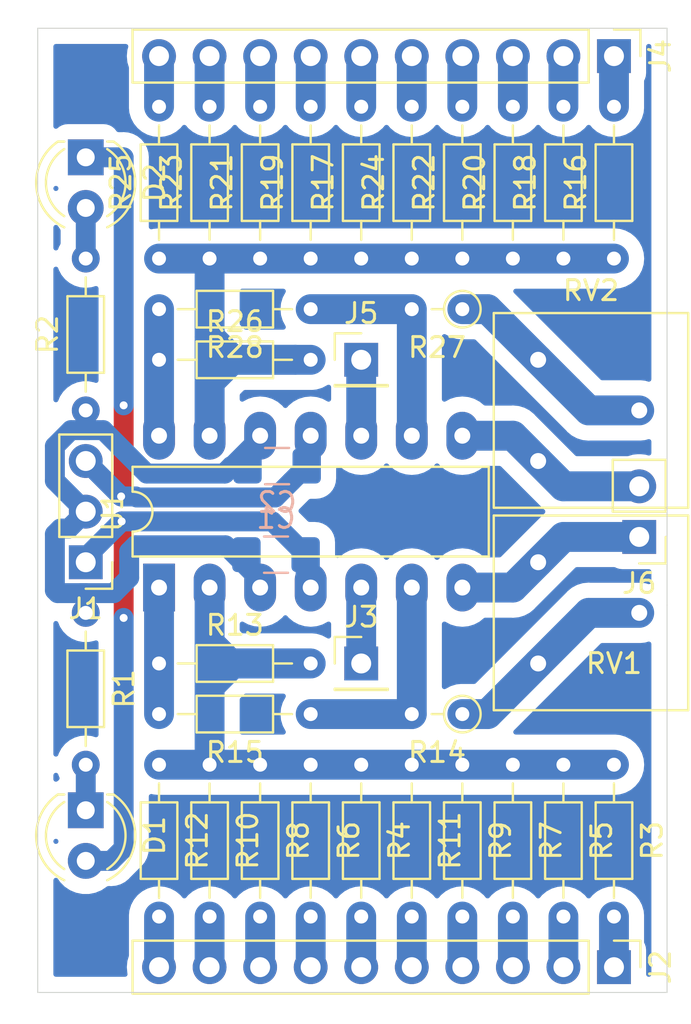
<source format=kicad_pcb>
(kicad_pcb (version 20171130) (host pcbnew "(5.1.4)-1")

  (general
    (thickness 1.6)
    (drawings 5)
    (tracks 126)
    (zones 0)
    (modules 41)
    (nets 38)
  )

  (page User 148.488 210.007)
  (layers
    (0 F.Cu signal)
    (31 B.Cu signal)
    (32 B.Adhes user)
    (33 F.Adhes user)
    (34 B.Paste user)
    (35 F.Paste user)
    (36 B.SilkS user)
    (37 F.SilkS user)
    (38 B.Mask user)
    (39 F.Mask user)
    (40 Dwgs.User user)
    (41 Cmts.User user)
    (42 Eco1.User user)
    (43 Eco2.User user)
    (44 Edge.Cuts user)
    (45 Margin user)
    (46 B.CrtYd user)
    (47 F.CrtYd user)
    (48 B.Fab user)
    (49 F.Fab user)
  )

  (setup
    (last_trace_width 0.25)
    (user_trace_width 0.75)
    (user_trace_width 1)
    (user_trace_width 1.5)
    (trace_clearance 0.2)
    (zone_clearance 0.762)
    (zone_45_only no)
    (trace_min 0.2)
    (via_size 0.8)
    (via_drill 0.4)
    (via_min_size 0.4)
    (via_min_drill 0.3)
    (uvia_size 0.3)
    (uvia_drill 0.1)
    (uvias_allowed no)
    (uvia_min_size 0.2)
    (uvia_min_drill 0.1)
    (edge_width 0.05)
    (segment_width 0.2)
    (pcb_text_width 0.3)
    (pcb_text_size 1.5 1.5)
    (mod_edge_width 0.12)
    (mod_text_size 1 1)
    (mod_text_width 0.15)
    (pad_size 1.524 1.524)
    (pad_drill 0.762)
    (pad_to_mask_clearance 0.051)
    (solder_mask_min_width 0.25)
    (aux_axis_origin 15.621 14.859)
    (visible_elements 7FFFFFFF)
    (pcbplotparams
      (layerselection 0x00000_fffffffe)
      (usegerberextensions false)
      (usegerberattributes false)
      (usegerberadvancedattributes false)
      (creategerberjobfile false)
      (excludeedgelayer true)
      (linewidth 0.100000)
      (plotframeref false)
      (viasonmask false)
      (mode 1)
      (useauxorigin false)
      (hpglpennumber 1)
      (hpglpenspeed 20)
      (hpglpendiameter 15.000000)
      (psnegative false)
      (psa4output false)
      (plotreference true)
      (plotvalue true)
      (plotinvisibletext false)
      (padsonsilk false)
      (subtractmaskfromsilk false)
      (outputformat 4)
      (mirror false)
      (drillshape 1)
      (scaleselection 1)
      (outputdirectory ""))
  )

  (net 0 "")
  (net 1 GND)
  (net 2 +15V)
  (net 3 -15V)
  (net 4 "Net-(D2-Pad2)")
  (net 5 "Net-(J2-Pad10)")
  (net 6 "Net-(J2-Pad9)")
  (net 7 "Net-(J2-Pad8)")
  (net 8 "Net-(J2-Pad7)")
  (net 9 "Net-(J2-Pad6)")
  (net 10 "Net-(J2-Pad5)")
  (net 11 "Net-(J2-Pad4)")
  (net 12 "Net-(J2-Pad3)")
  (net 13 "Net-(J2-Pad2)")
  (net 14 "Net-(J2-Pad1)")
  (net 15 /Xo)
  (net 16 "Net-(J4-Pad10)")
  (net 17 "Net-(J4-Pad9)")
  (net 18 "Net-(J4-Pad8)")
  (net 19 "Net-(J4-Pad7)")
  (net 20 "Net-(J4-Pad6)")
  (net 21 "Net-(J4-Pad5)")
  (net 22 "Net-(J4-Pad4)")
  (net 23 "Net-(J4-Pad3)")
  (net 24 "Net-(J4-Pad2)")
  (net 25 "Net-(J4-Pad1)")
  (net 26 /Yo)
  (net 27 /Y)
  (net 28 /X)
  (net 29 /Xi)
  (net 30 "Net-(R13-Pad1)")
  (net 31 "Net-(R14-Pad2)")
  (net 32 "Net-(R14-Pad1)")
  (net 33 /Yi)
  (net 34 "Net-(R26-Pad1)")
  (net 35 "Net-(R27-Pad2)")
  (net 36 "Net-(R27-Pad1)")
  (net 37 "Net-(D1-Pad1)")

  (net_class Default "Ceci est la Netclass par défaut."
    (clearance 0.2)
    (trace_width 0.25)
    (via_dia 0.8)
    (via_drill 0.4)
    (uvia_dia 0.3)
    (uvia_drill 0.1)
    (add_net +15V)
    (add_net -15V)
    (add_net /X)
    (add_net /Xi)
    (add_net /Xo)
    (add_net /Y)
    (add_net /Yi)
    (add_net /Yo)
    (add_net GND)
    (add_net "Net-(D1-Pad1)")
    (add_net "Net-(D2-Pad2)")
    (add_net "Net-(J2-Pad1)")
    (add_net "Net-(J2-Pad10)")
    (add_net "Net-(J2-Pad2)")
    (add_net "Net-(J2-Pad3)")
    (add_net "Net-(J2-Pad4)")
    (add_net "Net-(J2-Pad5)")
    (add_net "Net-(J2-Pad6)")
    (add_net "Net-(J2-Pad7)")
    (add_net "Net-(J2-Pad8)")
    (add_net "Net-(J2-Pad9)")
    (add_net "Net-(J4-Pad1)")
    (add_net "Net-(J4-Pad10)")
    (add_net "Net-(J4-Pad2)")
    (add_net "Net-(J4-Pad3)")
    (add_net "Net-(J4-Pad4)")
    (add_net "Net-(J4-Pad5)")
    (add_net "Net-(J4-Pad6)")
    (add_net "Net-(J4-Pad7)")
    (add_net "Net-(J4-Pad8)")
    (add_net "Net-(J4-Pad9)")
    (add_net "Net-(R13-Pad1)")
    (add_net "Net-(R14-Pad1)")
    (add_net "Net-(R14-Pad2)")
    (add_net "Net-(R26-Pad1)")
    (add_net "Net-(R27-Pad1)")
    (add_net "Net-(R27-Pad2)")
  )

  (module Capacitor_SMD:C_1206_3216Metric_Pad1.42x1.75mm_HandSolder (layer B.Cu) (tedit 5B301BBE) (tstamp 5DBBD1A8)
    (at 27.6495 36.83)
    (descr "Capacitor SMD 1206 (3216 Metric), square (rectangular) end terminal, IPC_7351 nominal with elongated pad for handsoldering. (Body size source: http://www.tortai-tech.com/upload/download/2011102023233369053.pdf), generated with kicad-footprint-generator")
    (tags "capacitor handsolder")
    (path /5DC6AD2D)
    (attr smd)
    (fp_text reference C2 (at 0 1.82 180) (layer B.SilkS)
      (effects (font (size 1 1) (thickness 0.15)) (justify mirror))
    )
    (fp_text value 1u (at 0 -1.82 180) (layer B.Fab)
      (effects (font (size 1 1) (thickness 0.15)) (justify mirror))
    )
    (fp_text user %R (at 0 0 180) (layer B.Fab)
      (effects (font (size 0.8 0.8) (thickness 0.12)) (justify mirror))
    )
    (fp_line (start 2.45 -1.12) (end -2.45 -1.12) (layer B.CrtYd) (width 0.05))
    (fp_line (start 2.45 1.12) (end 2.45 -1.12) (layer B.CrtYd) (width 0.05))
    (fp_line (start -2.45 1.12) (end 2.45 1.12) (layer B.CrtYd) (width 0.05))
    (fp_line (start -2.45 -1.12) (end -2.45 1.12) (layer B.CrtYd) (width 0.05))
    (fp_line (start -0.602064 -0.91) (end 0.602064 -0.91) (layer B.SilkS) (width 0.12))
    (fp_line (start -0.602064 0.91) (end 0.602064 0.91) (layer B.SilkS) (width 0.12))
    (fp_line (start 1.6 -0.8) (end -1.6 -0.8) (layer B.Fab) (width 0.1))
    (fp_line (start 1.6 0.8) (end 1.6 -0.8) (layer B.Fab) (width 0.1))
    (fp_line (start -1.6 0.8) (end 1.6 0.8) (layer B.Fab) (width 0.1))
    (fp_line (start -1.6 -0.8) (end -1.6 0.8) (layer B.Fab) (width 0.1))
    (pad 2 smd roundrect (at 1.4875 0) (size 1.425 1.75) (layers B.Cu B.Paste B.Mask) (roundrect_rratio 0.175439)
      (net 3 -15V))
    (pad 1 smd roundrect (at -1.4875 0) (size 1.425 1.75) (layers B.Cu B.Paste B.Mask) (roundrect_rratio 0.175439)
      (net 1 GND))
    (model ${KISYS3DMOD}/Capacitor_SMD.3dshapes/C_1206_3216Metric.wrl
      (at (xyz 0 0 0))
      (scale (xyz 1 1 1))
      (rotate (xyz 0 0 0))
    )
  )

  (module Capacitor_SMD:C_1206_3216Metric_Pad1.42x1.75mm_HandSolder (layer B.Cu) (tedit 5B301BBE) (tstamp 5DBBD195)
    (at 27.5955 41.275 180)
    (descr "Capacitor SMD 1206 (3216 Metric), square (rectangular) end terminal, IPC_7351 nominal with elongated pad for handsoldering. (Body size source: http://www.tortai-tech.com/upload/download/2011102023233369053.pdf), generated with kicad-footprint-generator")
    (tags "capacitor handsolder")
    (path /5DC6B570)
    (attr smd)
    (fp_text reference C1 (at 0 1.82) (layer B.SilkS)
      (effects (font (size 1 1) (thickness 0.15)) (justify mirror))
    )
    (fp_text value 1u (at 0 -1.82) (layer B.Fab)
      (effects (font (size 1 1) (thickness 0.15)) (justify mirror))
    )
    (fp_text user %R (at 0 0) (layer B.Fab)
      (effects (font (size 0.8 0.8) (thickness 0.12)) (justify mirror))
    )
    (fp_line (start 2.45 -1.12) (end -2.45 -1.12) (layer B.CrtYd) (width 0.05))
    (fp_line (start 2.45 1.12) (end 2.45 -1.12) (layer B.CrtYd) (width 0.05))
    (fp_line (start -2.45 1.12) (end 2.45 1.12) (layer B.CrtYd) (width 0.05))
    (fp_line (start -2.45 -1.12) (end -2.45 1.12) (layer B.CrtYd) (width 0.05))
    (fp_line (start -0.602064 -0.91) (end 0.602064 -0.91) (layer B.SilkS) (width 0.12))
    (fp_line (start -0.602064 0.91) (end 0.602064 0.91) (layer B.SilkS) (width 0.12))
    (fp_line (start 1.6 -0.8) (end -1.6 -0.8) (layer B.Fab) (width 0.1))
    (fp_line (start 1.6 0.8) (end 1.6 -0.8) (layer B.Fab) (width 0.1))
    (fp_line (start -1.6 0.8) (end 1.6 0.8) (layer B.Fab) (width 0.1))
    (fp_line (start -1.6 -0.8) (end -1.6 0.8) (layer B.Fab) (width 0.1))
    (pad 2 smd roundrect (at 1.4875 0 180) (size 1.425 1.75) (layers B.Cu B.Paste B.Mask) (roundrect_rratio 0.175439)
      (net 1 GND))
    (pad 1 smd roundrect (at -1.4875 0 180) (size 1.425 1.75) (layers B.Cu B.Paste B.Mask) (roundrect_rratio 0.175439)
      (net 2 +15V))
    (model ${KISYS3DMOD}/Capacitor_SMD.3dshapes/C_1206_3216Metric.wrl
      (at (xyz 0 0 0))
      (scale (xyz 1 1 1))
      (rotate (xyz 0 0 0))
    )
  )

  (module Connector_PinHeader_2.54mm:PinHeader_1x10_P2.54mm_Vertical (layer F.Cu) (tedit 59FED5CC) (tstamp 5DBBD23A)
    (at 44.577 16.256 270)
    (descr "Through hole straight pin header, 1x10, 2.54mm pitch, single row")
    (tags "Through hole pin header THT 1x10 2.54mm single row")
    (path /5DCCD72E)
    (fp_text reference J4 (at 0 -2.33 90) (layer F.SilkS)
      (effects (font (size 1 1) (thickness 0.15)))
    )
    (fp_text value "Y input" (at 0 25.19 90) (layer F.Fab)
      (effects (font (size 1 1) (thickness 0.15)))
    )
    (fp_text user %R (at 0 11.43) (layer F.Fab)
      (effects (font (size 1 1) (thickness 0.15)))
    )
    (fp_line (start 1.8 -1.8) (end -1.8 -1.8) (layer F.CrtYd) (width 0.05))
    (fp_line (start 1.8 24.65) (end 1.8 -1.8) (layer F.CrtYd) (width 0.05))
    (fp_line (start -1.8 24.65) (end 1.8 24.65) (layer F.CrtYd) (width 0.05))
    (fp_line (start -1.8 -1.8) (end -1.8 24.65) (layer F.CrtYd) (width 0.05))
    (fp_line (start -1.33 -1.33) (end 0 -1.33) (layer F.SilkS) (width 0.12))
    (fp_line (start -1.33 0) (end -1.33 -1.33) (layer F.SilkS) (width 0.12))
    (fp_line (start -1.33 1.27) (end 1.33 1.27) (layer F.SilkS) (width 0.12))
    (fp_line (start 1.33 1.27) (end 1.33 24.19) (layer F.SilkS) (width 0.12))
    (fp_line (start -1.33 1.27) (end -1.33 24.19) (layer F.SilkS) (width 0.12))
    (fp_line (start -1.33 24.19) (end 1.33 24.19) (layer F.SilkS) (width 0.12))
    (fp_line (start -1.27 -0.635) (end -0.635 -1.27) (layer F.Fab) (width 0.1))
    (fp_line (start -1.27 24.13) (end -1.27 -0.635) (layer F.Fab) (width 0.1))
    (fp_line (start 1.27 24.13) (end -1.27 24.13) (layer F.Fab) (width 0.1))
    (fp_line (start 1.27 -1.27) (end 1.27 24.13) (layer F.Fab) (width 0.1))
    (fp_line (start -0.635 -1.27) (end 1.27 -1.27) (layer F.Fab) (width 0.1))
    (pad 10 thru_hole oval (at 0 22.86 270) (size 1.7 1.7) (drill 1) (layers *.Cu *.Mask)
      (net 16 "Net-(J4-Pad10)"))
    (pad 9 thru_hole oval (at 0 20.32 270) (size 1.7 1.7) (drill 1) (layers *.Cu *.Mask)
      (net 17 "Net-(J4-Pad9)"))
    (pad 8 thru_hole oval (at 0 17.78 270) (size 1.7 1.7) (drill 1) (layers *.Cu *.Mask)
      (net 18 "Net-(J4-Pad8)"))
    (pad 7 thru_hole oval (at 0 15.24 270) (size 1.7 1.7) (drill 1) (layers *.Cu *.Mask)
      (net 19 "Net-(J4-Pad7)"))
    (pad 6 thru_hole oval (at 0 12.7 270) (size 1.7 1.7) (drill 1) (layers *.Cu *.Mask)
      (net 20 "Net-(J4-Pad6)"))
    (pad 5 thru_hole oval (at 0 10.16 270) (size 1.7 1.7) (drill 1) (layers *.Cu *.Mask)
      (net 21 "Net-(J4-Pad5)"))
    (pad 4 thru_hole oval (at 0 7.62 270) (size 1.7 1.7) (drill 1) (layers *.Cu *.Mask)
      (net 22 "Net-(J4-Pad4)"))
    (pad 3 thru_hole oval (at 0 5.08 270) (size 1.7 1.7) (drill 1) (layers *.Cu *.Mask)
      (net 23 "Net-(J4-Pad3)"))
    (pad 2 thru_hole oval (at 0 2.54 270) (size 1.7 1.7) (drill 1) (layers *.Cu *.Mask)
      (net 24 "Net-(J4-Pad2)"))
    (pad 1 thru_hole rect (at 0 0 270) (size 1.7 1.7) (drill 1) (layers *.Cu *.Mask)
      (net 25 "Net-(J4-Pad1)"))
    (model ${KISYS3DMOD}/Connector_PinHeader_2.54mm.3dshapes/PinHeader_1x10_P2.54mm_Vertical.wrl
      (at (xyz 0 0 0))
      (scale (xyz 1 1 1))
      (rotate (xyz 0 0 0))
    )
  )

  (module Connector_PinHeader_2.54mm:PinHeader_1x10_P2.54mm_Vertical (layer F.Cu) (tedit 59FED5CC) (tstamp 5DBBD205)
    (at 44.577 61.976 270)
    (descr "Through hole straight pin header, 1x10, 2.54mm pitch, single row")
    (tags "Through hole pin header THT 1x10 2.54mm single row")
    (path /5DC97B22)
    (fp_text reference J2 (at 0 -2.33 90) (layer F.SilkS)
      (effects (font (size 1 1) (thickness 0.15)))
    )
    (fp_text value "X input" (at 0 25.19 90) (layer F.Fab)
      (effects (font (size 1 1) (thickness 0.15)))
    )
    (fp_text user %R (at 0 11.43) (layer F.Fab)
      (effects (font (size 1 1) (thickness 0.15)))
    )
    (fp_line (start 1.8 -1.8) (end -1.8 -1.8) (layer F.CrtYd) (width 0.05))
    (fp_line (start 1.8 24.65) (end 1.8 -1.8) (layer F.CrtYd) (width 0.05))
    (fp_line (start -1.8 24.65) (end 1.8 24.65) (layer F.CrtYd) (width 0.05))
    (fp_line (start -1.8 -1.8) (end -1.8 24.65) (layer F.CrtYd) (width 0.05))
    (fp_line (start -1.33 -1.33) (end 0 -1.33) (layer F.SilkS) (width 0.12))
    (fp_line (start -1.33 0) (end -1.33 -1.33) (layer F.SilkS) (width 0.12))
    (fp_line (start -1.33 1.27) (end 1.33 1.27) (layer F.SilkS) (width 0.12))
    (fp_line (start 1.33 1.27) (end 1.33 24.19) (layer F.SilkS) (width 0.12))
    (fp_line (start -1.33 1.27) (end -1.33 24.19) (layer F.SilkS) (width 0.12))
    (fp_line (start -1.33 24.19) (end 1.33 24.19) (layer F.SilkS) (width 0.12))
    (fp_line (start -1.27 -0.635) (end -0.635 -1.27) (layer F.Fab) (width 0.1))
    (fp_line (start -1.27 24.13) (end -1.27 -0.635) (layer F.Fab) (width 0.1))
    (fp_line (start 1.27 24.13) (end -1.27 24.13) (layer F.Fab) (width 0.1))
    (fp_line (start 1.27 -1.27) (end 1.27 24.13) (layer F.Fab) (width 0.1))
    (fp_line (start -0.635 -1.27) (end 1.27 -1.27) (layer F.Fab) (width 0.1))
    (pad 10 thru_hole oval (at 0 22.86 270) (size 1.7 1.7) (drill 1) (layers *.Cu *.Mask)
      (net 5 "Net-(J2-Pad10)"))
    (pad 9 thru_hole oval (at 0 20.32 270) (size 1.7 1.7) (drill 1) (layers *.Cu *.Mask)
      (net 6 "Net-(J2-Pad9)"))
    (pad 8 thru_hole oval (at 0 17.78 270) (size 1.7 1.7) (drill 1) (layers *.Cu *.Mask)
      (net 7 "Net-(J2-Pad8)"))
    (pad 7 thru_hole oval (at 0 15.24 270) (size 1.7 1.7) (drill 1) (layers *.Cu *.Mask)
      (net 8 "Net-(J2-Pad7)"))
    (pad 6 thru_hole oval (at 0 12.7 270) (size 1.7 1.7) (drill 1) (layers *.Cu *.Mask)
      (net 9 "Net-(J2-Pad6)"))
    (pad 5 thru_hole oval (at 0 10.16 270) (size 1.7 1.7) (drill 1) (layers *.Cu *.Mask)
      (net 10 "Net-(J2-Pad5)"))
    (pad 4 thru_hole oval (at 0 7.62 270) (size 1.7 1.7) (drill 1) (layers *.Cu *.Mask)
      (net 11 "Net-(J2-Pad4)"))
    (pad 3 thru_hole oval (at 0 5.08 270) (size 1.7 1.7) (drill 1) (layers *.Cu *.Mask)
      (net 12 "Net-(J2-Pad3)"))
    (pad 2 thru_hole oval (at 0 2.54 270) (size 1.7 1.7) (drill 1) (layers *.Cu *.Mask)
      (net 13 "Net-(J2-Pad2)"))
    (pad 1 thru_hole rect (at 0 0 270) (size 1.7 1.7) (drill 1) (layers *.Cu *.Mask)
      (net 14 "Net-(J2-Pad1)"))
    (model ${KISYS3DMOD}/Connector_PinHeader_2.54mm.3dshapes/PinHeader_1x10_P2.54mm_Vertical.wrl
      (at (xyz 0 0 0))
      (scale (xyz 1 1 1))
      (rotate (xyz 0 0 0))
    )
  )

  (module Resistor_THT:R_Axial_DIN0204_L3.6mm_D1.6mm_P7.62mm_Horizontal (layer F.Cu) (tedit 5AE5139B) (tstamp 5DBBD4C9)
    (at 29.337 28.956 180)
    (descr "Resistor, Axial_DIN0204 series, Axial, Horizontal, pin pitch=7.62mm, 0.167W, length*diameter=3.6*1.6mm^2, http://cdn-reichelt.de/documents/datenblatt/B400/1_4W%23YAG.pdf")
    (tags "Resistor Axial_DIN0204 series Axial Horizontal pin pitch 7.62mm 0.167W length 3.6mm diameter 1.6mm")
    (path /5DCF2066)
    (fp_text reference R28 (at 3.81 -1.92) (layer F.SilkS)
      (effects (font (size 1 1) (thickness 0.15)))
    )
    (fp_text value 1k (at 3.81 1.92) (layer F.Fab)
      (effects (font (size 1 1) (thickness 0.15)))
    )
    (fp_text user %R (at 3.81 0) (layer F.Fab)
      (effects (font (size 0.72 0.72) (thickness 0.108)))
    )
    (fp_line (start 8.57 -1.05) (end -0.95 -1.05) (layer F.CrtYd) (width 0.05))
    (fp_line (start 8.57 1.05) (end 8.57 -1.05) (layer F.CrtYd) (width 0.05))
    (fp_line (start -0.95 1.05) (end 8.57 1.05) (layer F.CrtYd) (width 0.05))
    (fp_line (start -0.95 -1.05) (end -0.95 1.05) (layer F.CrtYd) (width 0.05))
    (fp_line (start 6.68 0) (end 5.73 0) (layer F.SilkS) (width 0.12))
    (fp_line (start 0.94 0) (end 1.89 0) (layer F.SilkS) (width 0.12))
    (fp_line (start 5.73 -0.92) (end 1.89 -0.92) (layer F.SilkS) (width 0.12))
    (fp_line (start 5.73 0.92) (end 5.73 -0.92) (layer F.SilkS) (width 0.12))
    (fp_line (start 1.89 0.92) (end 5.73 0.92) (layer F.SilkS) (width 0.12))
    (fp_line (start 1.89 -0.92) (end 1.89 0.92) (layer F.SilkS) (width 0.12))
    (fp_line (start 7.62 0) (end 5.61 0) (layer F.Fab) (width 0.1))
    (fp_line (start 0 0) (end 2.01 0) (layer F.Fab) (width 0.1))
    (fp_line (start 5.61 -0.8) (end 2.01 -0.8) (layer F.Fab) (width 0.1))
    (fp_line (start 5.61 0.8) (end 5.61 -0.8) (layer F.Fab) (width 0.1))
    (fp_line (start 2.01 0.8) (end 5.61 0.8) (layer F.Fab) (width 0.1))
    (fp_line (start 2.01 -0.8) (end 2.01 0.8) (layer F.Fab) (width 0.1))
    (pad 2 thru_hole oval (at 7.62 0 180) (size 1.4 1.4) (drill 0.7) (layers *.Cu *.Mask)
      (net 34 "Net-(R26-Pad1)"))
    (pad 1 thru_hole circle (at 0 0 180) (size 1.4 1.4) (drill 0.7) (layers *.Cu *.Mask)
      (net 35 "Net-(R27-Pad2)"))
    (model ${KISYS3DMOD}/Resistor_THT.3dshapes/R_Axial_DIN0204_L3.6mm_D1.6mm_P7.62mm_Horizontal.wrl
      (at (xyz 0 0 0))
      (scale (xyz 1 1 1))
      (rotate (xyz 0 0 0))
    )
  )

  (module Resistor_THT:R_Axial_DIN0204_L3.6mm_D1.6mm_P7.62mm_Horizontal (layer F.Cu) (tedit 5AE5139B) (tstamp 5DBC2B4F)
    (at 29.337 49.276 180)
    (descr "Resistor, Axial_DIN0204 series, Axial, Horizontal, pin pitch=7.62mm, 0.167W, length*diameter=3.6*1.6mm^2, http://cdn-reichelt.de/documents/datenblatt/B400/1_4W%23YAG.pdf")
    (tags "Resistor Axial_DIN0204 series Axial Horizontal pin pitch 7.62mm 0.167W length 3.6mm diameter 1.6mm")
    (path /5DCCC07B)
    (fp_text reference R15 (at 3.81 -1.92) (layer F.SilkS)
      (effects (font (size 1 1) (thickness 0.15)))
    )
    (fp_text value 1k (at 3.81 1.92) (layer F.Fab)
      (effects (font (size 1 1) (thickness 0.15)))
    )
    (fp_text user %R (at 3.81 0) (layer F.Fab)
      (effects (font (size 0.72 0.72) (thickness 0.108)))
    )
    (fp_line (start 8.57 -1.05) (end -0.95 -1.05) (layer F.CrtYd) (width 0.05))
    (fp_line (start 8.57 1.05) (end 8.57 -1.05) (layer F.CrtYd) (width 0.05))
    (fp_line (start -0.95 1.05) (end 8.57 1.05) (layer F.CrtYd) (width 0.05))
    (fp_line (start -0.95 -1.05) (end -0.95 1.05) (layer F.CrtYd) (width 0.05))
    (fp_line (start 6.68 0) (end 5.73 0) (layer F.SilkS) (width 0.12))
    (fp_line (start 0.94 0) (end 1.89 0) (layer F.SilkS) (width 0.12))
    (fp_line (start 5.73 -0.92) (end 1.89 -0.92) (layer F.SilkS) (width 0.12))
    (fp_line (start 5.73 0.92) (end 5.73 -0.92) (layer F.SilkS) (width 0.12))
    (fp_line (start 1.89 0.92) (end 5.73 0.92) (layer F.SilkS) (width 0.12))
    (fp_line (start 1.89 -0.92) (end 1.89 0.92) (layer F.SilkS) (width 0.12))
    (fp_line (start 7.62 0) (end 5.61 0) (layer F.Fab) (width 0.1))
    (fp_line (start 0 0) (end 2.01 0) (layer F.Fab) (width 0.1))
    (fp_line (start 5.61 -0.8) (end 2.01 -0.8) (layer F.Fab) (width 0.1))
    (fp_line (start 5.61 0.8) (end 5.61 -0.8) (layer F.Fab) (width 0.1))
    (fp_line (start 2.01 0.8) (end 5.61 0.8) (layer F.Fab) (width 0.1))
    (fp_line (start 2.01 -0.8) (end 2.01 0.8) (layer F.Fab) (width 0.1))
    (pad 2 thru_hole oval (at 7.62 0 180) (size 1.4 1.4) (drill 0.7) (layers *.Cu *.Mask)
      (net 30 "Net-(R13-Pad1)"))
    (pad 1 thru_hole circle (at 0 0 180) (size 1.4 1.4) (drill 0.7) (layers *.Cu *.Mask)
      (net 31 "Net-(R14-Pad2)"))
    (model ${KISYS3DMOD}/Resistor_THT.3dshapes/R_Axial_DIN0204_L3.6mm_D1.6mm_P7.62mm_Horizontal.wrl
      (at (xyz 0 0 0))
      (scale (xyz 1 1 1))
      (rotate (xyz 0 0 0))
    )
  )

  (module Package_DIP:DIP-14_W7.62mm_LongPads (layer F.Cu) (tedit 5A02E8C5) (tstamp 5DBBD519)
    (at 21.717 42.926 90)
    (descr "14-lead though-hole mounted DIP package, row spacing 7.62 mm (300 mils), LongPads")
    (tags "THT DIP DIL PDIP 2.54mm 7.62mm 300mil LongPads")
    (path /5DC91C5C)
    (fp_text reference U1 (at 3.81 -2.33 90) (layer F.SilkS)
      (effects (font (size 1 1) (thickness 0.15)))
    )
    (fp_text value TL084 (at 3.81 17.57 90) (layer F.Fab)
      (effects (font (size 1 1) (thickness 0.15)))
    )
    (fp_text user %R (at 3.81 7.62 90) (layer F.Fab)
      (effects (font (size 1 1) (thickness 0.15)))
    )
    (fp_line (start 9.1 -1.55) (end -1.45 -1.55) (layer F.CrtYd) (width 0.05))
    (fp_line (start 9.1 16.8) (end 9.1 -1.55) (layer F.CrtYd) (width 0.05))
    (fp_line (start -1.45 16.8) (end 9.1 16.8) (layer F.CrtYd) (width 0.05))
    (fp_line (start -1.45 -1.55) (end -1.45 16.8) (layer F.CrtYd) (width 0.05))
    (fp_line (start 6.06 -1.33) (end 4.81 -1.33) (layer F.SilkS) (width 0.12))
    (fp_line (start 6.06 16.57) (end 6.06 -1.33) (layer F.SilkS) (width 0.12))
    (fp_line (start 1.56 16.57) (end 6.06 16.57) (layer F.SilkS) (width 0.12))
    (fp_line (start 1.56 -1.33) (end 1.56 16.57) (layer F.SilkS) (width 0.12))
    (fp_line (start 2.81 -1.33) (end 1.56 -1.33) (layer F.SilkS) (width 0.12))
    (fp_line (start 0.635 -0.27) (end 1.635 -1.27) (layer F.Fab) (width 0.1))
    (fp_line (start 0.635 16.51) (end 0.635 -0.27) (layer F.Fab) (width 0.1))
    (fp_line (start 6.985 16.51) (end 0.635 16.51) (layer F.Fab) (width 0.1))
    (fp_line (start 6.985 -1.27) (end 6.985 16.51) (layer F.Fab) (width 0.1))
    (fp_line (start 1.635 -1.27) (end 6.985 -1.27) (layer F.Fab) (width 0.1))
    (fp_arc (start 3.81 -1.33) (end 2.81 -1.33) (angle -180) (layer F.SilkS) (width 0.12))
    (pad 14 thru_hole oval (at 7.62 0 90) (size 2.4 1.6) (drill 0.8) (layers *.Cu *.Mask)
      (net 34 "Net-(R26-Pad1)"))
    (pad 7 thru_hole oval (at 0 15.24 90) (size 2.4 1.6) (drill 0.8) (layers *.Cu *.Mask)
      (net 28 /X))
    (pad 13 thru_hole oval (at 7.62 2.54 90) (size 2.4 1.6) (drill 0.8) (layers *.Cu *.Mask)
      (net 33 /Yi))
    (pad 6 thru_hole oval (at 0 12.7 90) (size 2.4 1.6) (drill 0.8) (layers *.Cu *.Mask)
      (net 31 "Net-(R14-Pad2)"))
    (pad 12 thru_hole oval (at 7.62 5.08 90) (size 2.4 1.6) (drill 0.8) (layers *.Cu *.Mask)
      (net 1 GND))
    (pad 5 thru_hole oval (at 0 10.16 90) (size 2.4 1.6) (drill 0.8) (layers *.Cu *.Mask)
      (net 15 /Xo))
    (pad 11 thru_hole oval (at 7.62 7.62 90) (size 2.4 1.6) (drill 0.8) (layers *.Cu *.Mask)
      (net 3 -15V))
    (pad 4 thru_hole oval (at 0 7.62 90) (size 2.4 1.6) (drill 0.8) (layers *.Cu *.Mask)
      (net 2 +15V))
    (pad 10 thru_hole oval (at 7.62 10.16 90) (size 2.4 1.6) (drill 0.8) (layers *.Cu *.Mask)
      (net 26 /Yo))
    (pad 3 thru_hole oval (at 0 5.08 90) (size 2.4 1.6) (drill 0.8) (layers *.Cu *.Mask)
      (net 1 GND))
    (pad 9 thru_hole oval (at 7.62 12.7 90) (size 2.4 1.6) (drill 0.8) (layers *.Cu *.Mask)
      (net 35 "Net-(R27-Pad2)"))
    (pad 2 thru_hole oval (at 0 2.54 90) (size 2.4 1.6) (drill 0.8) (layers *.Cu *.Mask)
      (net 29 /Xi))
    (pad 8 thru_hole oval (at 7.62 15.24 90) (size 2.4 1.6) (drill 0.8) (layers *.Cu *.Mask)
      (net 27 /Y))
    (pad 1 thru_hole rect (at 0 0 90) (size 2.4 1.6) (drill 0.8) (layers *.Cu *.Mask)
      (net 30 "Net-(R13-Pad1)"))
    (model ${KISYS3DMOD}/Package_DIP.3dshapes/DIP-14_W7.62mm.wrl
      (at (xyz 0 0 0))
      (scale (xyz 1 1 1))
      (rotate (xyz 0 0 0))
    )
  )

  (module Potentiometer_THT:Potentiometer_Bourns_3386F_Vertical (layer F.Cu) (tedit 5AA07388) (tstamp 5DBBD4F7)
    (at 40.767 36.576)
    (descr "Potentiometer, vertical, Bourns 3386F, https://www.bourns.com/pdfs/3386.pdf")
    (tags "Potentiometer vertical Bourns 3386F")
    (path /5DCF2077)
    (fp_text reference RV2 (at 2.655 -8.555) (layer F.SilkS)
      (effects (font (size 1 1) (thickness 0.15)))
    )
    (fp_text value 10k (at 2.655 3.475) (layer F.Fab)
      (effects (font (size 1 1) (thickness 0.15)))
    )
    (fp_text user %R (at -1.11 -2.54 90) (layer F.Fab)
      (effects (font (size 1 1) (thickness 0.15)))
    )
    (fp_line (start 7.67 -7.56) (end -2.36 -7.56) (layer F.CrtYd) (width 0.05))
    (fp_line (start 7.67 2.48) (end 7.67 -7.56) (layer F.CrtYd) (width 0.05))
    (fp_line (start -2.36 2.48) (end 7.67 2.48) (layer F.CrtYd) (width 0.05))
    (fp_line (start -2.36 -7.56) (end -2.36 2.48) (layer F.CrtYd) (width 0.05))
    (fp_line (start 7.54 -7.425) (end 7.54 2.345) (layer F.SilkS) (width 0.12))
    (fp_line (start -2.23 -7.425) (end -2.23 2.345) (layer F.SilkS) (width 0.12))
    (fp_line (start -2.23 2.345) (end 7.54 2.345) (layer F.SilkS) (width 0.12))
    (fp_line (start -2.23 -7.425) (end 7.54 -7.425) (layer F.SilkS) (width 0.12))
    (fp_line (start 1.781 -0.98) (end 1.781 -4.099) (layer F.Fab) (width 0.1))
    (fp_line (start 1.781 -0.98) (end 1.781 -4.099) (layer F.Fab) (width 0.1))
    (fp_line (start 7.42 -7.305) (end -2.11 -7.305) (layer F.Fab) (width 0.1))
    (fp_line (start 7.42 2.225) (end 7.42 -7.305) (layer F.Fab) (width 0.1))
    (fp_line (start -2.11 2.225) (end 7.42 2.225) (layer F.Fab) (width 0.1))
    (fp_line (start -2.11 -7.305) (end -2.11 2.225) (layer F.Fab) (width 0.1))
    (fp_circle (center 1.781 -2.54) (end 3.356 -2.54) (layer F.Fab) (width 0.1))
    (pad 1 thru_hole circle (at 0 0) (size 1.44 1.44) (drill 0.8) (layers *.Cu *.Mask)
      (net 27 /Y))
    (pad 2 thru_hole circle (at 5.08 -2.54) (size 1.44 1.44) (drill 0.8) (layers *.Cu *.Mask)
      (net 36 "Net-(R27-Pad1)"))
    (pad 3 thru_hole circle (at 0 -5.08) (size 1.44 1.44) (drill 0.8) (layers *.Cu *.Mask)
      (net 36 "Net-(R27-Pad1)"))
    (model ${KISYS3DMOD}/Potentiometer_THT.3dshapes/Potentiometer_Bourns_3386F_Vertical.wrl
      (at (xyz 0 0 0))
      (scale (xyz 1 1 1))
      (rotate (xyz 0 0 0))
    )
  )

  (module Potentiometer_THT:Potentiometer_Bourns_3386F_Vertical (layer F.Cu) (tedit 5AA07388) (tstamp 5DBC44A1)
    (at 40.767 46.736)
    (descr "Potentiometer, vertical, Bourns 3386F, https://www.bourns.com/pdfs/3386.pdf")
    (tags "Potentiometer vertical Bourns 3386F")
    (path /5DCD221A)
    (fp_text reference RV1 (at 3.81 0) (layer F.SilkS)
      (effects (font (size 1 1) (thickness 0.15)))
    )
    (fp_text value 10k (at 2.655 3.475) (layer F.Fab)
      (effects (font (size 1 1) (thickness 0.15)))
    )
    (fp_text user %R (at -1.11 -2.54 90) (layer F.Fab)
      (effects (font (size 1 1) (thickness 0.15)))
    )
    (fp_line (start 7.67 -7.56) (end -2.36 -7.56) (layer F.CrtYd) (width 0.05))
    (fp_line (start 7.67 2.48) (end 7.67 -7.56) (layer F.CrtYd) (width 0.05))
    (fp_line (start -2.36 2.48) (end 7.67 2.48) (layer F.CrtYd) (width 0.05))
    (fp_line (start -2.36 -7.56) (end -2.36 2.48) (layer F.CrtYd) (width 0.05))
    (fp_line (start 7.54 -7.425) (end 7.54 2.345) (layer F.SilkS) (width 0.12))
    (fp_line (start -2.23 -7.425) (end -2.23 2.345) (layer F.SilkS) (width 0.12))
    (fp_line (start -2.23 2.345) (end 7.54 2.345) (layer F.SilkS) (width 0.12))
    (fp_line (start -2.23 -7.425) (end 7.54 -7.425) (layer F.SilkS) (width 0.12))
    (fp_line (start 1.781 -0.98) (end 1.781 -4.099) (layer F.Fab) (width 0.1))
    (fp_line (start 1.781 -0.98) (end 1.781 -4.099) (layer F.Fab) (width 0.1))
    (fp_line (start 7.42 -7.305) (end -2.11 -7.305) (layer F.Fab) (width 0.1))
    (fp_line (start 7.42 2.225) (end 7.42 -7.305) (layer F.Fab) (width 0.1))
    (fp_line (start -2.11 2.225) (end 7.42 2.225) (layer F.Fab) (width 0.1))
    (fp_line (start -2.11 -7.305) (end -2.11 2.225) (layer F.Fab) (width 0.1))
    (fp_circle (center 1.781 -2.54) (end 3.356 -2.54) (layer F.Fab) (width 0.1))
    (pad 1 thru_hole circle (at 0 0) (size 1.44 1.44) (drill 0.8) (layers *.Cu *.Mask)
      (net 32 "Net-(R14-Pad1)"))
    (pad 2 thru_hole circle (at 5.08 -2.54) (size 1.44 1.44) (drill 0.8) (layers *.Cu *.Mask)
      (net 32 "Net-(R14-Pad1)"))
    (pad 3 thru_hole circle (at 0 -5.08) (size 1.44 1.44) (drill 0.8) (layers *.Cu *.Mask)
      (net 28 /X))
    (model ${KISYS3DMOD}/Potentiometer_THT.3dshapes/Potentiometer_Bourns_3386F_Vertical.wrl
      (at (xyz 0 0 0))
      (scale (xyz 1 1 1))
      (rotate (xyz 0 0 0))
    )
  )

  (module Resistor_THT:R_Axial_DIN0204_L3.6mm_D1.6mm_P2.54mm_Vertical (layer F.Cu) (tedit 5AE5139B) (tstamp 5DBBD4BA)
    (at 36.957 28.956 180)
    (descr "Resistor, Axial_DIN0204 series, Axial, Vertical, pin pitch=2.54mm, 0.167W, length*diameter=3.6*1.6mm^2, http://cdn-reichelt.de/documents/datenblatt/B400/1_4W%23YAG.pdf")
    (tags "Resistor Axial_DIN0204 series Axial Vertical pin pitch 2.54mm 0.167W length 3.6mm diameter 1.6mm")
    (path /5DCF206C)
    (fp_text reference R27 (at 1.27 -1.92) (layer F.SilkS)
      (effects (font (size 1 1) (thickness 0.15)))
    )
    (fp_text value 1k (at 1.27 1.92) (layer F.Fab)
      (effects (font (size 1 1) (thickness 0.15)))
    )
    (fp_text user %R (at 1.27 -1.92) (layer F.Fab)
      (effects (font (size 1 1) (thickness 0.15)))
    )
    (fp_line (start 3.49 -1.05) (end -1.05 -1.05) (layer F.CrtYd) (width 0.05))
    (fp_line (start 3.49 1.05) (end 3.49 -1.05) (layer F.CrtYd) (width 0.05))
    (fp_line (start -1.05 1.05) (end 3.49 1.05) (layer F.CrtYd) (width 0.05))
    (fp_line (start -1.05 -1.05) (end -1.05 1.05) (layer F.CrtYd) (width 0.05))
    (fp_line (start 0.92 0) (end 1.54 0) (layer F.SilkS) (width 0.12))
    (fp_line (start 0 0) (end 2.54 0) (layer F.Fab) (width 0.1))
    (fp_circle (center 0 0) (end 0.92 0) (layer F.SilkS) (width 0.12))
    (fp_circle (center 0 0) (end 0.8 0) (layer F.Fab) (width 0.1))
    (pad 2 thru_hole oval (at 2.54 0 180) (size 1.4 1.4) (drill 0.7) (layers *.Cu *.Mask)
      (net 35 "Net-(R27-Pad2)"))
    (pad 1 thru_hole circle (at 0 0 180) (size 1.4 1.4) (drill 0.7) (layers *.Cu *.Mask)
      (net 36 "Net-(R27-Pad1)"))
    (model ${KISYS3DMOD}/Resistor_THT.3dshapes/R_Axial_DIN0204_L3.6mm_D1.6mm_P2.54mm_Vertical.wrl
      (at (xyz 0 0 0))
      (scale (xyz 1 1 1))
      (rotate (xyz 0 0 0))
    )
  )

  (module Resistor_THT:R_Axial_DIN0204_L3.6mm_D1.6mm_P7.62mm_Horizontal (layer F.Cu) (tedit 5AE5139B) (tstamp 5DBBD4AB)
    (at 21.717 31.496)
    (descr "Resistor, Axial_DIN0204 series, Axial, Horizontal, pin pitch=7.62mm, 0.167W, length*diameter=3.6*1.6mm^2, http://cdn-reichelt.de/documents/datenblatt/B400/1_4W%23YAG.pdf")
    (tags "Resistor Axial_DIN0204 series Axial Horizontal pin pitch 7.62mm 0.167W length 3.6mm diameter 1.6mm")
    (path /5DCB66FB)
    (fp_text reference R26 (at 3.81 -1.92) (layer F.SilkS)
      (effects (font (size 1 1) (thickness 0.15)))
    )
    (fp_text value 100k (at 3.81 1.92) (layer F.Fab)
      (effects (font (size 1 1) (thickness 0.15)))
    )
    (fp_text user %R (at 3.81 0) (layer F.Fab)
      (effects (font (size 0.72 0.72) (thickness 0.108)))
    )
    (fp_line (start 8.57 -1.05) (end -0.95 -1.05) (layer F.CrtYd) (width 0.05))
    (fp_line (start 8.57 1.05) (end 8.57 -1.05) (layer F.CrtYd) (width 0.05))
    (fp_line (start -0.95 1.05) (end 8.57 1.05) (layer F.CrtYd) (width 0.05))
    (fp_line (start -0.95 -1.05) (end -0.95 1.05) (layer F.CrtYd) (width 0.05))
    (fp_line (start 6.68 0) (end 5.73 0) (layer F.SilkS) (width 0.12))
    (fp_line (start 0.94 0) (end 1.89 0) (layer F.SilkS) (width 0.12))
    (fp_line (start 5.73 -0.92) (end 1.89 -0.92) (layer F.SilkS) (width 0.12))
    (fp_line (start 5.73 0.92) (end 5.73 -0.92) (layer F.SilkS) (width 0.12))
    (fp_line (start 1.89 0.92) (end 5.73 0.92) (layer F.SilkS) (width 0.12))
    (fp_line (start 1.89 -0.92) (end 1.89 0.92) (layer F.SilkS) (width 0.12))
    (fp_line (start 7.62 0) (end 5.61 0) (layer F.Fab) (width 0.1))
    (fp_line (start 0 0) (end 2.01 0) (layer F.Fab) (width 0.1))
    (fp_line (start 5.61 -0.8) (end 2.01 -0.8) (layer F.Fab) (width 0.1))
    (fp_line (start 5.61 0.8) (end 5.61 -0.8) (layer F.Fab) (width 0.1))
    (fp_line (start 2.01 0.8) (end 5.61 0.8) (layer F.Fab) (width 0.1))
    (fp_line (start 2.01 -0.8) (end 2.01 0.8) (layer F.Fab) (width 0.1))
    (pad 2 thru_hole oval (at 7.62 0) (size 1.4 1.4) (drill 0.7) (layers *.Cu *.Mask)
      (net 33 /Yi))
    (pad 1 thru_hole circle (at 0 0) (size 1.4 1.4) (drill 0.7) (layers *.Cu *.Mask)
      (net 34 "Net-(R26-Pad1)"))
    (model ${KISYS3DMOD}/Resistor_THT.3dshapes/R_Axial_DIN0204_L3.6mm_D1.6mm_P7.62mm_Horizontal.wrl
      (at (xyz 0 0 0))
      (scale (xyz 1 1 1))
      (rotate (xyz 0 0 0))
    )
  )

  (module Resistor_THT:R_Axial_DIN0204_L3.6mm_D1.6mm_P7.62mm_Horizontal (layer F.Cu) (tedit 5AE5139B) (tstamp 5DBBD494)
    (at 21.717 26.416 90)
    (descr "Resistor, Axial_DIN0204 series, Axial, Horizontal, pin pitch=7.62mm, 0.167W, length*diameter=3.6*1.6mm^2, http://cdn-reichelt.de/documents/datenblatt/B400/1_4W%23YAG.pdf")
    (tags "Resistor Axial_DIN0204 series Axial Horizontal pin pitch 7.62mm 0.167W length 3.6mm diameter 1.6mm")
    (path /5DCB66D5)
    (fp_text reference R25 (at 3.81 -1.92 90) (layer F.SilkS)
      (effects (font (size 1 1) (thickness 0.15)))
    )
    (fp_text value 100k (at 3.81 1.92 90) (layer F.Fab)
      (effects (font (size 1 1) (thickness 0.15)))
    )
    (fp_text user %R (at 3.81 0 90) (layer F.Fab)
      (effects (font (size 0.72 0.72) (thickness 0.108)))
    )
    (fp_line (start 8.57 -1.05) (end -0.95 -1.05) (layer F.CrtYd) (width 0.05))
    (fp_line (start 8.57 1.05) (end 8.57 -1.05) (layer F.CrtYd) (width 0.05))
    (fp_line (start -0.95 1.05) (end 8.57 1.05) (layer F.CrtYd) (width 0.05))
    (fp_line (start -0.95 -1.05) (end -0.95 1.05) (layer F.CrtYd) (width 0.05))
    (fp_line (start 6.68 0) (end 5.73 0) (layer F.SilkS) (width 0.12))
    (fp_line (start 0.94 0) (end 1.89 0) (layer F.SilkS) (width 0.12))
    (fp_line (start 5.73 -0.92) (end 1.89 -0.92) (layer F.SilkS) (width 0.12))
    (fp_line (start 5.73 0.92) (end 5.73 -0.92) (layer F.SilkS) (width 0.12))
    (fp_line (start 1.89 0.92) (end 5.73 0.92) (layer F.SilkS) (width 0.12))
    (fp_line (start 1.89 -0.92) (end 1.89 0.92) (layer F.SilkS) (width 0.12))
    (fp_line (start 7.62 0) (end 5.61 0) (layer F.Fab) (width 0.1))
    (fp_line (start 0 0) (end 2.01 0) (layer F.Fab) (width 0.1))
    (fp_line (start 5.61 -0.8) (end 2.01 -0.8) (layer F.Fab) (width 0.1))
    (fp_line (start 5.61 0.8) (end 5.61 -0.8) (layer F.Fab) (width 0.1))
    (fp_line (start 2.01 0.8) (end 5.61 0.8) (layer F.Fab) (width 0.1))
    (fp_line (start 2.01 -0.8) (end 2.01 0.8) (layer F.Fab) (width 0.1))
    (pad 2 thru_hole oval (at 7.62 0 90) (size 1.4 1.4) (drill 0.7) (layers *.Cu *.Mask)
      (net 16 "Net-(J4-Pad10)"))
    (pad 1 thru_hole circle (at 0 0 90) (size 1.4 1.4) (drill 0.7) (layers *.Cu *.Mask)
      (net 33 /Yi))
    (model ${KISYS3DMOD}/Resistor_THT.3dshapes/R_Axial_DIN0204_L3.6mm_D1.6mm_P7.62mm_Horizontal.wrl
      (at (xyz 0 0 0))
      (scale (xyz 1 1 1))
      (rotate (xyz 0 0 0))
    )
  )

  (module Resistor_THT:R_Axial_DIN0204_L3.6mm_D1.6mm_P7.62mm_Horizontal (layer F.Cu) (tedit 5AE5139B) (tstamp 5DBBD47D)
    (at 34.417 26.416 90)
    (descr "Resistor, Axial_DIN0204 series, Axial, Horizontal, pin pitch=7.62mm, 0.167W, length*diameter=3.6*1.6mm^2, http://cdn-reichelt.de/documents/datenblatt/B400/1_4W%23YAG.pdf")
    (tags "Resistor Axial_DIN0204 series Axial Horizontal pin pitch 7.62mm 0.167W length 3.6mm diameter 1.6mm")
    (path /5DCB66F3)
    (fp_text reference R24 (at 3.81 -1.92 90) (layer F.SilkS)
      (effects (font (size 1 1) (thickness 0.15)))
    )
    (fp_text value 100k (at 3.81 1.92 90) (layer F.Fab)
      (effects (font (size 1 1) (thickness 0.15)))
    )
    (fp_text user %R (at 3.81 0 90) (layer F.Fab)
      (effects (font (size 0.72 0.72) (thickness 0.108)))
    )
    (fp_line (start 8.57 -1.05) (end -0.95 -1.05) (layer F.CrtYd) (width 0.05))
    (fp_line (start 8.57 1.05) (end 8.57 -1.05) (layer F.CrtYd) (width 0.05))
    (fp_line (start -0.95 1.05) (end 8.57 1.05) (layer F.CrtYd) (width 0.05))
    (fp_line (start -0.95 -1.05) (end -0.95 1.05) (layer F.CrtYd) (width 0.05))
    (fp_line (start 6.68 0) (end 5.73 0) (layer F.SilkS) (width 0.12))
    (fp_line (start 0.94 0) (end 1.89 0) (layer F.SilkS) (width 0.12))
    (fp_line (start 5.73 -0.92) (end 1.89 -0.92) (layer F.SilkS) (width 0.12))
    (fp_line (start 5.73 0.92) (end 5.73 -0.92) (layer F.SilkS) (width 0.12))
    (fp_line (start 1.89 0.92) (end 5.73 0.92) (layer F.SilkS) (width 0.12))
    (fp_line (start 1.89 -0.92) (end 1.89 0.92) (layer F.SilkS) (width 0.12))
    (fp_line (start 7.62 0) (end 5.61 0) (layer F.Fab) (width 0.1))
    (fp_line (start 0 0) (end 2.01 0) (layer F.Fab) (width 0.1))
    (fp_line (start 5.61 -0.8) (end 2.01 -0.8) (layer F.Fab) (width 0.1))
    (fp_line (start 5.61 0.8) (end 5.61 -0.8) (layer F.Fab) (width 0.1))
    (fp_line (start 2.01 0.8) (end 5.61 0.8) (layer F.Fab) (width 0.1))
    (fp_line (start 2.01 -0.8) (end 2.01 0.8) (layer F.Fab) (width 0.1))
    (pad 2 thru_hole oval (at 7.62 0 90) (size 1.4 1.4) (drill 0.7) (layers *.Cu *.Mask)
      (net 21 "Net-(J4-Pad5)"))
    (pad 1 thru_hole circle (at 0 0 90) (size 1.4 1.4) (drill 0.7) (layers *.Cu *.Mask)
      (net 33 /Yi))
    (model ${KISYS3DMOD}/Resistor_THT.3dshapes/R_Axial_DIN0204_L3.6mm_D1.6mm_P7.62mm_Horizontal.wrl
      (at (xyz 0 0 0))
      (scale (xyz 1 1 1))
      (rotate (xyz 0 0 0))
    )
  )

  (module Resistor_THT:R_Axial_DIN0204_L3.6mm_D1.6mm_P7.62mm_Horizontal (layer F.Cu) (tedit 5AE5139B) (tstamp 5DBBD466)
    (at 24.257 26.416 90)
    (descr "Resistor, Axial_DIN0204 series, Axial, Horizontal, pin pitch=7.62mm, 0.167W, length*diameter=3.6*1.6mm^2, http://cdn-reichelt.de/documents/datenblatt/B400/1_4W%23YAG.pdf")
    (tags "Resistor Axial_DIN0204 series Axial Horizontal pin pitch 7.62mm 0.167W length 3.6mm diameter 1.6mm")
    (path /5DCB66CF)
    (fp_text reference R23 (at 3.81 -1.92 90) (layer F.SilkS)
      (effects (font (size 1 1) (thickness 0.15)))
    )
    (fp_text value 100k (at 3.81 1.92 90) (layer F.Fab)
      (effects (font (size 1 1) (thickness 0.15)))
    )
    (fp_text user %R (at 3.81 0 90) (layer F.Fab)
      (effects (font (size 0.72 0.72) (thickness 0.108)))
    )
    (fp_line (start 8.57 -1.05) (end -0.95 -1.05) (layer F.CrtYd) (width 0.05))
    (fp_line (start 8.57 1.05) (end 8.57 -1.05) (layer F.CrtYd) (width 0.05))
    (fp_line (start -0.95 1.05) (end 8.57 1.05) (layer F.CrtYd) (width 0.05))
    (fp_line (start -0.95 -1.05) (end -0.95 1.05) (layer F.CrtYd) (width 0.05))
    (fp_line (start 6.68 0) (end 5.73 0) (layer F.SilkS) (width 0.12))
    (fp_line (start 0.94 0) (end 1.89 0) (layer F.SilkS) (width 0.12))
    (fp_line (start 5.73 -0.92) (end 1.89 -0.92) (layer F.SilkS) (width 0.12))
    (fp_line (start 5.73 0.92) (end 5.73 -0.92) (layer F.SilkS) (width 0.12))
    (fp_line (start 1.89 0.92) (end 5.73 0.92) (layer F.SilkS) (width 0.12))
    (fp_line (start 1.89 -0.92) (end 1.89 0.92) (layer F.SilkS) (width 0.12))
    (fp_line (start 7.62 0) (end 5.61 0) (layer F.Fab) (width 0.1))
    (fp_line (start 0 0) (end 2.01 0) (layer F.Fab) (width 0.1))
    (fp_line (start 5.61 -0.8) (end 2.01 -0.8) (layer F.Fab) (width 0.1))
    (fp_line (start 5.61 0.8) (end 5.61 -0.8) (layer F.Fab) (width 0.1))
    (fp_line (start 2.01 0.8) (end 5.61 0.8) (layer F.Fab) (width 0.1))
    (fp_line (start 2.01 -0.8) (end 2.01 0.8) (layer F.Fab) (width 0.1))
    (pad 2 thru_hole oval (at 7.62 0 90) (size 1.4 1.4) (drill 0.7) (layers *.Cu *.Mask)
      (net 17 "Net-(J4-Pad9)"))
    (pad 1 thru_hole circle (at 0 0 90) (size 1.4 1.4) (drill 0.7) (layers *.Cu *.Mask)
      (net 33 /Yi))
    (model ${KISYS3DMOD}/Resistor_THT.3dshapes/R_Axial_DIN0204_L3.6mm_D1.6mm_P7.62mm_Horizontal.wrl
      (at (xyz 0 0 0))
      (scale (xyz 1 1 1))
      (rotate (xyz 0 0 0))
    )
  )

  (module Resistor_THT:R_Axial_DIN0204_L3.6mm_D1.6mm_P7.62mm_Horizontal (layer F.Cu) (tedit 5AE5139B) (tstamp 5DBBD44F)
    (at 36.957 26.416 90)
    (descr "Resistor, Axial_DIN0204 series, Axial, Horizontal, pin pitch=7.62mm, 0.167W, length*diameter=3.6*1.6mm^2, http://cdn-reichelt.de/documents/datenblatt/B400/1_4W%23YAG.pdf")
    (tags "Resistor Axial_DIN0204 series Axial Horizontal pin pitch 7.62mm 0.167W length 3.6mm diameter 1.6mm")
    (path /5DCB66ED)
    (fp_text reference R22 (at 3.81 -1.92 90) (layer F.SilkS)
      (effects (font (size 1 1) (thickness 0.15)))
    )
    (fp_text value 100k (at 3.81 1.92 90) (layer F.Fab)
      (effects (font (size 1 1) (thickness 0.15)))
    )
    (fp_text user %R (at 3.81 0 90) (layer F.Fab)
      (effects (font (size 0.72 0.72) (thickness 0.108)))
    )
    (fp_line (start 8.57 -1.05) (end -0.95 -1.05) (layer F.CrtYd) (width 0.05))
    (fp_line (start 8.57 1.05) (end 8.57 -1.05) (layer F.CrtYd) (width 0.05))
    (fp_line (start -0.95 1.05) (end 8.57 1.05) (layer F.CrtYd) (width 0.05))
    (fp_line (start -0.95 -1.05) (end -0.95 1.05) (layer F.CrtYd) (width 0.05))
    (fp_line (start 6.68 0) (end 5.73 0) (layer F.SilkS) (width 0.12))
    (fp_line (start 0.94 0) (end 1.89 0) (layer F.SilkS) (width 0.12))
    (fp_line (start 5.73 -0.92) (end 1.89 -0.92) (layer F.SilkS) (width 0.12))
    (fp_line (start 5.73 0.92) (end 5.73 -0.92) (layer F.SilkS) (width 0.12))
    (fp_line (start 1.89 0.92) (end 5.73 0.92) (layer F.SilkS) (width 0.12))
    (fp_line (start 1.89 -0.92) (end 1.89 0.92) (layer F.SilkS) (width 0.12))
    (fp_line (start 7.62 0) (end 5.61 0) (layer F.Fab) (width 0.1))
    (fp_line (start 0 0) (end 2.01 0) (layer F.Fab) (width 0.1))
    (fp_line (start 5.61 -0.8) (end 2.01 -0.8) (layer F.Fab) (width 0.1))
    (fp_line (start 5.61 0.8) (end 5.61 -0.8) (layer F.Fab) (width 0.1))
    (fp_line (start 2.01 0.8) (end 5.61 0.8) (layer F.Fab) (width 0.1))
    (fp_line (start 2.01 -0.8) (end 2.01 0.8) (layer F.Fab) (width 0.1))
    (pad 2 thru_hole oval (at 7.62 0 90) (size 1.4 1.4) (drill 0.7) (layers *.Cu *.Mask)
      (net 22 "Net-(J4-Pad4)"))
    (pad 1 thru_hole circle (at 0 0 90) (size 1.4 1.4) (drill 0.7) (layers *.Cu *.Mask)
      (net 33 /Yi))
    (model ${KISYS3DMOD}/Resistor_THT.3dshapes/R_Axial_DIN0204_L3.6mm_D1.6mm_P7.62mm_Horizontal.wrl
      (at (xyz 0 0 0))
      (scale (xyz 1 1 1))
      (rotate (xyz 0 0 0))
    )
  )

  (module Resistor_THT:R_Axial_DIN0204_L3.6mm_D1.6mm_P7.62mm_Horizontal (layer F.Cu) (tedit 5AE5139B) (tstamp 5DBBD438)
    (at 26.797 26.416 90)
    (descr "Resistor, Axial_DIN0204 series, Axial, Horizontal, pin pitch=7.62mm, 0.167W, length*diameter=3.6*1.6mm^2, http://cdn-reichelt.de/documents/datenblatt/B400/1_4W%23YAG.pdf")
    (tags "Resistor Axial_DIN0204 series Axial Horizontal pin pitch 7.62mm 0.167W length 3.6mm diameter 1.6mm")
    (path /5DCB66C9)
    (fp_text reference R21 (at 3.81 -1.92 90) (layer F.SilkS)
      (effects (font (size 1 1) (thickness 0.15)))
    )
    (fp_text value 100k (at 3.81 1.92 90) (layer F.Fab)
      (effects (font (size 1 1) (thickness 0.15)))
    )
    (fp_text user %R (at 3.81 0 90) (layer F.Fab)
      (effects (font (size 0.72 0.72) (thickness 0.108)))
    )
    (fp_line (start 8.57 -1.05) (end -0.95 -1.05) (layer F.CrtYd) (width 0.05))
    (fp_line (start 8.57 1.05) (end 8.57 -1.05) (layer F.CrtYd) (width 0.05))
    (fp_line (start -0.95 1.05) (end 8.57 1.05) (layer F.CrtYd) (width 0.05))
    (fp_line (start -0.95 -1.05) (end -0.95 1.05) (layer F.CrtYd) (width 0.05))
    (fp_line (start 6.68 0) (end 5.73 0) (layer F.SilkS) (width 0.12))
    (fp_line (start 0.94 0) (end 1.89 0) (layer F.SilkS) (width 0.12))
    (fp_line (start 5.73 -0.92) (end 1.89 -0.92) (layer F.SilkS) (width 0.12))
    (fp_line (start 5.73 0.92) (end 5.73 -0.92) (layer F.SilkS) (width 0.12))
    (fp_line (start 1.89 0.92) (end 5.73 0.92) (layer F.SilkS) (width 0.12))
    (fp_line (start 1.89 -0.92) (end 1.89 0.92) (layer F.SilkS) (width 0.12))
    (fp_line (start 7.62 0) (end 5.61 0) (layer F.Fab) (width 0.1))
    (fp_line (start 0 0) (end 2.01 0) (layer F.Fab) (width 0.1))
    (fp_line (start 5.61 -0.8) (end 2.01 -0.8) (layer F.Fab) (width 0.1))
    (fp_line (start 5.61 0.8) (end 5.61 -0.8) (layer F.Fab) (width 0.1))
    (fp_line (start 2.01 0.8) (end 5.61 0.8) (layer F.Fab) (width 0.1))
    (fp_line (start 2.01 -0.8) (end 2.01 0.8) (layer F.Fab) (width 0.1))
    (pad 2 thru_hole oval (at 7.62 0 90) (size 1.4 1.4) (drill 0.7) (layers *.Cu *.Mask)
      (net 18 "Net-(J4-Pad8)"))
    (pad 1 thru_hole circle (at 0 0 90) (size 1.4 1.4) (drill 0.7) (layers *.Cu *.Mask)
      (net 33 /Yi))
    (model ${KISYS3DMOD}/Resistor_THT.3dshapes/R_Axial_DIN0204_L3.6mm_D1.6mm_P7.62mm_Horizontal.wrl
      (at (xyz 0 0 0))
      (scale (xyz 1 1 1))
      (rotate (xyz 0 0 0))
    )
  )

  (module Resistor_THT:R_Axial_DIN0204_L3.6mm_D1.6mm_P7.62mm_Horizontal (layer F.Cu) (tedit 5AE5139B) (tstamp 5DBBD421)
    (at 39.497 26.416 90)
    (descr "Resistor, Axial_DIN0204 series, Axial, Horizontal, pin pitch=7.62mm, 0.167W, length*diameter=3.6*1.6mm^2, http://cdn-reichelt.de/documents/datenblatt/B400/1_4W%23YAG.pdf")
    (tags "Resistor Axial_DIN0204 series Axial Horizontal pin pitch 7.62mm 0.167W length 3.6mm diameter 1.6mm")
    (path /5DCB66E7)
    (fp_text reference R20 (at 3.81 -1.92 90) (layer F.SilkS)
      (effects (font (size 1 1) (thickness 0.15)))
    )
    (fp_text value 100k (at 3.81 1.92 90) (layer F.Fab)
      (effects (font (size 1 1) (thickness 0.15)))
    )
    (fp_text user %R (at 3.81 0 90) (layer F.Fab)
      (effects (font (size 0.72 0.72) (thickness 0.108)))
    )
    (fp_line (start 8.57 -1.05) (end -0.95 -1.05) (layer F.CrtYd) (width 0.05))
    (fp_line (start 8.57 1.05) (end 8.57 -1.05) (layer F.CrtYd) (width 0.05))
    (fp_line (start -0.95 1.05) (end 8.57 1.05) (layer F.CrtYd) (width 0.05))
    (fp_line (start -0.95 -1.05) (end -0.95 1.05) (layer F.CrtYd) (width 0.05))
    (fp_line (start 6.68 0) (end 5.73 0) (layer F.SilkS) (width 0.12))
    (fp_line (start 0.94 0) (end 1.89 0) (layer F.SilkS) (width 0.12))
    (fp_line (start 5.73 -0.92) (end 1.89 -0.92) (layer F.SilkS) (width 0.12))
    (fp_line (start 5.73 0.92) (end 5.73 -0.92) (layer F.SilkS) (width 0.12))
    (fp_line (start 1.89 0.92) (end 5.73 0.92) (layer F.SilkS) (width 0.12))
    (fp_line (start 1.89 -0.92) (end 1.89 0.92) (layer F.SilkS) (width 0.12))
    (fp_line (start 7.62 0) (end 5.61 0) (layer F.Fab) (width 0.1))
    (fp_line (start 0 0) (end 2.01 0) (layer F.Fab) (width 0.1))
    (fp_line (start 5.61 -0.8) (end 2.01 -0.8) (layer F.Fab) (width 0.1))
    (fp_line (start 5.61 0.8) (end 5.61 -0.8) (layer F.Fab) (width 0.1))
    (fp_line (start 2.01 0.8) (end 5.61 0.8) (layer F.Fab) (width 0.1))
    (fp_line (start 2.01 -0.8) (end 2.01 0.8) (layer F.Fab) (width 0.1))
    (pad 2 thru_hole oval (at 7.62 0 90) (size 1.4 1.4) (drill 0.7) (layers *.Cu *.Mask)
      (net 23 "Net-(J4-Pad3)"))
    (pad 1 thru_hole circle (at 0 0 90) (size 1.4 1.4) (drill 0.7) (layers *.Cu *.Mask)
      (net 33 /Yi))
    (model ${KISYS3DMOD}/Resistor_THT.3dshapes/R_Axial_DIN0204_L3.6mm_D1.6mm_P7.62mm_Horizontal.wrl
      (at (xyz 0 0 0))
      (scale (xyz 1 1 1))
      (rotate (xyz 0 0 0))
    )
  )

  (module Resistor_THT:R_Axial_DIN0204_L3.6mm_D1.6mm_P7.62mm_Horizontal (layer F.Cu) (tedit 5AE5139B) (tstamp 5DBBD40A)
    (at 29.337 26.416 90)
    (descr "Resistor, Axial_DIN0204 series, Axial, Horizontal, pin pitch=7.62mm, 0.167W, length*diameter=3.6*1.6mm^2, http://cdn-reichelt.de/documents/datenblatt/B400/1_4W%23YAG.pdf")
    (tags "Resistor Axial_DIN0204 series Axial Horizontal pin pitch 7.62mm 0.167W length 3.6mm diameter 1.6mm")
    (path /5DCB66BD)
    (fp_text reference R19 (at 3.81 -1.92 90) (layer F.SilkS)
      (effects (font (size 1 1) (thickness 0.15)))
    )
    (fp_text value 100k (at 3.81 1.92 90) (layer F.Fab)
      (effects (font (size 1 1) (thickness 0.15)))
    )
    (fp_text user %R (at 3.81 0 90) (layer F.Fab)
      (effects (font (size 0.72 0.72) (thickness 0.108)))
    )
    (fp_line (start 8.57 -1.05) (end -0.95 -1.05) (layer F.CrtYd) (width 0.05))
    (fp_line (start 8.57 1.05) (end 8.57 -1.05) (layer F.CrtYd) (width 0.05))
    (fp_line (start -0.95 1.05) (end 8.57 1.05) (layer F.CrtYd) (width 0.05))
    (fp_line (start -0.95 -1.05) (end -0.95 1.05) (layer F.CrtYd) (width 0.05))
    (fp_line (start 6.68 0) (end 5.73 0) (layer F.SilkS) (width 0.12))
    (fp_line (start 0.94 0) (end 1.89 0) (layer F.SilkS) (width 0.12))
    (fp_line (start 5.73 -0.92) (end 1.89 -0.92) (layer F.SilkS) (width 0.12))
    (fp_line (start 5.73 0.92) (end 5.73 -0.92) (layer F.SilkS) (width 0.12))
    (fp_line (start 1.89 0.92) (end 5.73 0.92) (layer F.SilkS) (width 0.12))
    (fp_line (start 1.89 -0.92) (end 1.89 0.92) (layer F.SilkS) (width 0.12))
    (fp_line (start 7.62 0) (end 5.61 0) (layer F.Fab) (width 0.1))
    (fp_line (start 0 0) (end 2.01 0) (layer F.Fab) (width 0.1))
    (fp_line (start 5.61 -0.8) (end 2.01 -0.8) (layer F.Fab) (width 0.1))
    (fp_line (start 5.61 0.8) (end 5.61 -0.8) (layer F.Fab) (width 0.1))
    (fp_line (start 2.01 0.8) (end 5.61 0.8) (layer F.Fab) (width 0.1))
    (fp_line (start 2.01 -0.8) (end 2.01 0.8) (layer F.Fab) (width 0.1))
    (pad 2 thru_hole oval (at 7.62 0 90) (size 1.4 1.4) (drill 0.7) (layers *.Cu *.Mask)
      (net 19 "Net-(J4-Pad7)"))
    (pad 1 thru_hole circle (at 0 0 90) (size 1.4 1.4) (drill 0.7) (layers *.Cu *.Mask)
      (net 33 /Yi))
    (model ${KISYS3DMOD}/Resistor_THT.3dshapes/R_Axial_DIN0204_L3.6mm_D1.6mm_P7.62mm_Horizontal.wrl
      (at (xyz 0 0 0))
      (scale (xyz 1 1 1))
      (rotate (xyz 0 0 0))
    )
  )

  (module Resistor_THT:R_Axial_DIN0204_L3.6mm_D1.6mm_P7.62mm_Horizontal (layer F.Cu) (tedit 5AE5139B) (tstamp 5DBBD3F3)
    (at 42.037 26.416 90)
    (descr "Resistor, Axial_DIN0204 series, Axial, Horizontal, pin pitch=7.62mm, 0.167W, length*diameter=3.6*1.6mm^2, http://cdn-reichelt.de/documents/datenblatt/B400/1_4W%23YAG.pdf")
    (tags "Resistor Axial_DIN0204 series Axial Horizontal pin pitch 7.62mm 0.167W length 3.6mm diameter 1.6mm")
    (path /5DCB66DB)
    (fp_text reference R18 (at 3.81 -1.92 90) (layer F.SilkS)
      (effects (font (size 1 1) (thickness 0.15)))
    )
    (fp_text value 100k (at 3.81 1.92 90) (layer F.Fab)
      (effects (font (size 1 1) (thickness 0.15)))
    )
    (fp_text user %R (at 3.81 0 90) (layer F.Fab)
      (effects (font (size 0.72 0.72) (thickness 0.108)))
    )
    (fp_line (start 8.57 -1.05) (end -0.95 -1.05) (layer F.CrtYd) (width 0.05))
    (fp_line (start 8.57 1.05) (end 8.57 -1.05) (layer F.CrtYd) (width 0.05))
    (fp_line (start -0.95 1.05) (end 8.57 1.05) (layer F.CrtYd) (width 0.05))
    (fp_line (start -0.95 -1.05) (end -0.95 1.05) (layer F.CrtYd) (width 0.05))
    (fp_line (start 6.68 0) (end 5.73 0) (layer F.SilkS) (width 0.12))
    (fp_line (start 0.94 0) (end 1.89 0) (layer F.SilkS) (width 0.12))
    (fp_line (start 5.73 -0.92) (end 1.89 -0.92) (layer F.SilkS) (width 0.12))
    (fp_line (start 5.73 0.92) (end 5.73 -0.92) (layer F.SilkS) (width 0.12))
    (fp_line (start 1.89 0.92) (end 5.73 0.92) (layer F.SilkS) (width 0.12))
    (fp_line (start 1.89 -0.92) (end 1.89 0.92) (layer F.SilkS) (width 0.12))
    (fp_line (start 7.62 0) (end 5.61 0) (layer F.Fab) (width 0.1))
    (fp_line (start 0 0) (end 2.01 0) (layer F.Fab) (width 0.1))
    (fp_line (start 5.61 -0.8) (end 2.01 -0.8) (layer F.Fab) (width 0.1))
    (fp_line (start 5.61 0.8) (end 5.61 -0.8) (layer F.Fab) (width 0.1))
    (fp_line (start 2.01 0.8) (end 5.61 0.8) (layer F.Fab) (width 0.1))
    (fp_line (start 2.01 -0.8) (end 2.01 0.8) (layer F.Fab) (width 0.1))
    (pad 2 thru_hole oval (at 7.62 0 90) (size 1.4 1.4) (drill 0.7) (layers *.Cu *.Mask)
      (net 24 "Net-(J4-Pad2)"))
    (pad 1 thru_hole circle (at 0 0 90) (size 1.4 1.4) (drill 0.7) (layers *.Cu *.Mask)
      (net 33 /Yi))
    (model ${KISYS3DMOD}/Resistor_THT.3dshapes/R_Axial_DIN0204_L3.6mm_D1.6mm_P7.62mm_Horizontal.wrl
      (at (xyz 0 0 0))
      (scale (xyz 1 1 1))
      (rotate (xyz 0 0 0))
    )
  )

  (module Resistor_THT:R_Axial_DIN0204_L3.6mm_D1.6mm_P7.62mm_Horizontal (layer F.Cu) (tedit 5AE5139B) (tstamp 5DBBD3DC)
    (at 31.877 26.416 90)
    (descr "Resistor, Axial_DIN0204 series, Axial, Horizontal, pin pitch=7.62mm, 0.167W, length*diameter=3.6*1.6mm^2, http://cdn-reichelt.de/documents/datenblatt/B400/1_4W%23YAG.pdf")
    (tags "Resistor Axial_DIN0204 series Axial Horizontal pin pitch 7.62mm 0.167W length 3.6mm diameter 1.6mm")
    (path /5DCB66C3)
    (fp_text reference R17 (at 3.81 -1.92 90) (layer F.SilkS)
      (effects (font (size 1 1) (thickness 0.15)))
    )
    (fp_text value 100k (at 3.81 1.92 90) (layer F.Fab)
      (effects (font (size 1 1) (thickness 0.15)))
    )
    (fp_text user %R (at 3.81 0 90) (layer F.Fab)
      (effects (font (size 0.72 0.72) (thickness 0.108)))
    )
    (fp_line (start 8.57 -1.05) (end -0.95 -1.05) (layer F.CrtYd) (width 0.05))
    (fp_line (start 8.57 1.05) (end 8.57 -1.05) (layer F.CrtYd) (width 0.05))
    (fp_line (start -0.95 1.05) (end 8.57 1.05) (layer F.CrtYd) (width 0.05))
    (fp_line (start -0.95 -1.05) (end -0.95 1.05) (layer F.CrtYd) (width 0.05))
    (fp_line (start 6.68 0) (end 5.73 0) (layer F.SilkS) (width 0.12))
    (fp_line (start 0.94 0) (end 1.89 0) (layer F.SilkS) (width 0.12))
    (fp_line (start 5.73 -0.92) (end 1.89 -0.92) (layer F.SilkS) (width 0.12))
    (fp_line (start 5.73 0.92) (end 5.73 -0.92) (layer F.SilkS) (width 0.12))
    (fp_line (start 1.89 0.92) (end 5.73 0.92) (layer F.SilkS) (width 0.12))
    (fp_line (start 1.89 -0.92) (end 1.89 0.92) (layer F.SilkS) (width 0.12))
    (fp_line (start 7.62 0) (end 5.61 0) (layer F.Fab) (width 0.1))
    (fp_line (start 0 0) (end 2.01 0) (layer F.Fab) (width 0.1))
    (fp_line (start 5.61 -0.8) (end 2.01 -0.8) (layer F.Fab) (width 0.1))
    (fp_line (start 5.61 0.8) (end 5.61 -0.8) (layer F.Fab) (width 0.1))
    (fp_line (start 2.01 0.8) (end 5.61 0.8) (layer F.Fab) (width 0.1))
    (fp_line (start 2.01 -0.8) (end 2.01 0.8) (layer F.Fab) (width 0.1))
    (pad 2 thru_hole oval (at 7.62 0 90) (size 1.4 1.4) (drill 0.7) (layers *.Cu *.Mask)
      (net 20 "Net-(J4-Pad6)"))
    (pad 1 thru_hole circle (at 0 0 90) (size 1.4 1.4) (drill 0.7) (layers *.Cu *.Mask)
      (net 33 /Yi))
    (model ${KISYS3DMOD}/Resistor_THT.3dshapes/R_Axial_DIN0204_L3.6mm_D1.6mm_P7.62mm_Horizontal.wrl
      (at (xyz 0 0 0))
      (scale (xyz 1 1 1))
      (rotate (xyz 0 0 0))
    )
  )

  (module Resistor_THT:R_Axial_DIN0204_L3.6mm_D1.6mm_P7.62mm_Horizontal (layer F.Cu) (tedit 5AE5139B) (tstamp 5DBBD3C5)
    (at 44.577 26.416 90)
    (descr "Resistor, Axial_DIN0204 series, Axial, Horizontal, pin pitch=7.62mm, 0.167W, length*diameter=3.6*1.6mm^2, http://cdn-reichelt.de/documents/datenblatt/B400/1_4W%23YAG.pdf")
    (tags "Resistor Axial_DIN0204 series Axial Horizontal pin pitch 7.62mm 0.167W length 3.6mm diameter 1.6mm")
    (path /5DCB66E1)
    (fp_text reference R16 (at 3.81 -1.92 90) (layer F.SilkS)
      (effects (font (size 1 1) (thickness 0.15)))
    )
    (fp_text value 100k (at 3.81 1.92 90) (layer F.Fab)
      (effects (font (size 1 1) (thickness 0.15)))
    )
    (fp_text user %R (at 3.81 0 90) (layer F.Fab)
      (effects (font (size 0.72 0.72) (thickness 0.108)))
    )
    (fp_line (start 8.57 -1.05) (end -0.95 -1.05) (layer F.CrtYd) (width 0.05))
    (fp_line (start 8.57 1.05) (end 8.57 -1.05) (layer F.CrtYd) (width 0.05))
    (fp_line (start -0.95 1.05) (end 8.57 1.05) (layer F.CrtYd) (width 0.05))
    (fp_line (start -0.95 -1.05) (end -0.95 1.05) (layer F.CrtYd) (width 0.05))
    (fp_line (start 6.68 0) (end 5.73 0) (layer F.SilkS) (width 0.12))
    (fp_line (start 0.94 0) (end 1.89 0) (layer F.SilkS) (width 0.12))
    (fp_line (start 5.73 -0.92) (end 1.89 -0.92) (layer F.SilkS) (width 0.12))
    (fp_line (start 5.73 0.92) (end 5.73 -0.92) (layer F.SilkS) (width 0.12))
    (fp_line (start 1.89 0.92) (end 5.73 0.92) (layer F.SilkS) (width 0.12))
    (fp_line (start 1.89 -0.92) (end 1.89 0.92) (layer F.SilkS) (width 0.12))
    (fp_line (start 7.62 0) (end 5.61 0) (layer F.Fab) (width 0.1))
    (fp_line (start 0 0) (end 2.01 0) (layer F.Fab) (width 0.1))
    (fp_line (start 5.61 -0.8) (end 2.01 -0.8) (layer F.Fab) (width 0.1))
    (fp_line (start 5.61 0.8) (end 5.61 -0.8) (layer F.Fab) (width 0.1))
    (fp_line (start 2.01 0.8) (end 5.61 0.8) (layer F.Fab) (width 0.1))
    (fp_line (start 2.01 -0.8) (end 2.01 0.8) (layer F.Fab) (width 0.1))
    (pad 2 thru_hole oval (at 7.62 0 90) (size 1.4 1.4) (drill 0.7) (layers *.Cu *.Mask)
      (net 25 "Net-(J4-Pad1)"))
    (pad 1 thru_hole circle (at 0 0 90) (size 1.4 1.4) (drill 0.7) (layers *.Cu *.Mask)
      (net 33 /Yi))
    (model ${KISYS3DMOD}/Resistor_THT.3dshapes/R_Axial_DIN0204_L3.6mm_D1.6mm_P7.62mm_Horizontal.wrl
      (at (xyz 0 0 0))
      (scale (xyz 1 1 1))
      (rotate (xyz 0 0 0))
    )
  )

  (module Resistor_THT:R_Axial_DIN0204_L3.6mm_D1.6mm_P2.54mm_Vertical (layer F.Cu) (tedit 5AE5139B) (tstamp 5DBBD39F)
    (at 36.957 49.276 180)
    (descr "Resistor, Axial_DIN0204 series, Axial, Vertical, pin pitch=2.54mm, 0.167W, length*diameter=3.6*1.6mm^2, http://cdn-reichelt.de/documents/datenblatt/B400/1_4W%23YAG.pdf")
    (tags "Resistor Axial_DIN0204 series Axial Vertical pin pitch 2.54mm 0.167W length 3.6mm diameter 1.6mm")
    (path /5DCCC7B2)
    (fp_text reference R14 (at 1.27 -1.92) (layer F.SilkS)
      (effects (font (size 1 1) (thickness 0.15)))
    )
    (fp_text value 1k (at 1.27 1.92) (layer F.Fab)
      (effects (font (size 1 1) (thickness 0.15)))
    )
    (fp_text user %R (at 1.27 -1.92) (layer F.Fab)
      (effects (font (size 1 1) (thickness 0.15)))
    )
    (fp_line (start 3.49 -1.05) (end -1.05 -1.05) (layer F.CrtYd) (width 0.05))
    (fp_line (start 3.49 1.05) (end 3.49 -1.05) (layer F.CrtYd) (width 0.05))
    (fp_line (start -1.05 1.05) (end 3.49 1.05) (layer F.CrtYd) (width 0.05))
    (fp_line (start -1.05 -1.05) (end -1.05 1.05) (layer F.CrtYd) (width 0.05))
    (fp_line (start 0.92 0) (end 1.54 0) (layer F.SilkS) (width 0.12))
    (fp_line (start 0 0) (end 2.54 0) (layer F.Fab) (width 0.1))
    (fp_circle (center 0 0) (end 0.92 0) (layer F.SilkS) (width 0.12))
    (fp_circle (center 0 0) (end 0.8 0) (layer F.Fab) (width 0.1))
    (pad 2 thru_hole oval (at 2.54 0 180) (size 1.4 1.4) (drill 0.7) (layers *.Cu *.Mask)
      (net 31 "Net-(R14-Pad2)"))
    (pad 1 thru_hole circle (at 0 0 180) (size 1.4 1.4) (drill 0.7) (layers *.Cu *.Mask)
      (net 32 "Net-(R14-Pad1)"))
    (model ${KISYS3DMOD}/Resistor_THT.3dshapes/R_Axial_DIN0204_L3.6mm_D1.6mm_P2.54mm_Vertical.wrl
      (at (xyz 0 0 0))
      (scale (xyz 1 1 1))
      (rotate (xyz 0 0 0))
    )
  )

  (module Resistor_THT:R_Axial_DIN0204_L3.6mm_D1.6mm_P7.62mm_Horizontal (layer F.Cu) (tedit 5AE5139B) (tstamp 5DBBD390)
    (at 21.717 46.736)
    (descr "Resistor, Axial_DIN0204 series, Axial, Horizontal, pin pitch=7.62mm, 0.167W, length*diameter=3.6*1.6mm^2, http://cdn-reichelt.de/documents/datenblatt/B400/1_4W%23YAG.pdf")
    (tags "Resistor Axial_DIN0204 series Axial Horizontal pin pitch 7.62mm 0.167W length 3.6mm diameter 1.6mm")
    (path /5DC302A3)
    (fp_text reference R13 (at 3.81 -1.92) (layer F.SilkS)
      (effects (font (size 1 1) (thickness 0.15)))
    )
    (fp_text value 100k (at 3.81 1.92) (layer F.Fab)
      (effects (font (size 1 1) (thickness 0.15)))
    )
    (fp_text user %R (at 3.81 0) (layer F.Fab)
      (effects (font (size 0.72 0.72) (thickness 0.108)))
    )
    (fp_line (start 8.57 -1.05) (end -0.95 -1.05) (layer F.CrtYd) (width 0.05))
    (fp_line (start 8.57 1.05) (end 8.57 -1.05) (layer F.CrtYd) (width 0.05))
    (fp_line (start -0.95 1.05) (end 8.57 1.05) (layer F.CrtYd) (width 0.05))
    (fp_line (start -0.95 -1.05) (end -0.95 1.05) (layer F.CrtYd) (width 0.05))
    (fp_line (start 6.68 0) (end 5.73 0) (layer F.SilkS) (width 0.12))
    (fp_line (start 0.94 0) (end 1.89 0) (layer F.SilkS) (width 0.12))
    (fp_line (start 5.73 -0.92) (end 1.89 -0.92) (layer F.SilkS) (width 0.12))
    (fp_line (start 5.73 0.92) (end 5.73 -0.92) (layer F.SilkS) (width 0.12))
    (fp_line (start 1.89 0.92) (end 5.73 0.92) (layer F.SilkS) (width 0.12))
    (fp_line (start 1.89 -0.92) (end 1.89 0.92) (layer F.SilkS) (width 0.12))
    (fp_line (start 7.62 0) (end 5.61 0) (layer F.Fab) (width 0.1))
    (fp_line (start 0 0) (end 2.01 0) (layer F.Fab) (width 0.1))
    (fp_line (start 5.61 -0.8) (end 2.01 -0.8) (layer F.Fab) (width 0.1))
    (fp_line (start 5.61 0.8) (end 5.61 -0.8) (layer F.Fab) (width 0.1))
    (fp_line (start 2.01 0.8) (end 5.61 0.8) (layer F.Fab) (width 0.1))
    (fp_line (start 2.01 -0.8) (end 2.01 0.8) (layer F.Fab) (width 0.1))
    (pad 2 thru_hole oval (at 7.62 0) (size 1.4 1.4) (drill 0.7) (layers *.Cu *.Mask)
      (net 29 /Xi))
    (pad 1 thru_hole circle (at 0 0) (size 1.4 1.4) (drill 0.7) (layers *.Cu *.Mask)
      (net 30 "Net-(R13-Pad1)"))
    (model ${KISYS3DMOD}/Resistor_THT.3dshapes/R_Axial_DIN0204_L3.6mm_D1.6mm_P7.62mm_Horizontal.wrl
      (at (xyz 0 0 0))
      (scale (xyz 1 1 1))
      (rotate (xyz 0 0 0))
    )
  )

  (module Resistor_THT:R_Axial_DIN0204_L3.6mm_D1.6mm_P7.62mm_Horizontal (layer F.Cu) (tedit 5AE5139B) (tstamp 5DBBD379)
    (at 21.717 51.816 270)
    (descr "Resistor, Axial_DIN0204 series, Axial, Horizontal, pin pitch=7.62mm, 0.167W, length*diameter=3.6*1.6mm^2, http://cdn-reichelt.de/documents/datenblatt/B400/1_4W%23YAG.pdf")
    (tags "Resistor Axial_DIN0204 series Axial Horizontal pin pitch 7.62mm 0.167W length 3.6mm diameter 1.6mm")
    (path /5DC24155)
    (fp_text reference R12 (at 3.81 -1.92 90) (layer F.SilkS)
      (effects (font (size 1 1) (thickness 0.15)))
    )
    (fp_text value 100k (at 3.81 1.92 90) (layer F.Fab)
      (effects (font (size 1 1) (thickness 0.15)))
    )
    (fp_text user %R (at 3.81 0 90) (layer F.Fab)
      (effects (font (size 0.72 0.72) (thickness 0.108)))
    )
    (fp_line (start 8.57 -1.05) (end -0.95 -1.05) (layer F.CrtYd) (width 0.05))
    (fp_line (start 8.57 1.05) (end 8.57 -1.05) (layer F.CrtYd) (width 0.05))
    (fp_line (start -0.95 1.05) (end 8.57 1.05) (layer F.CrtYd) (width 0.05))
    (fp_line (start -0.95 -1.05) (end -0.95 1.05) (layer F.CrtYd) (width 0.05))
    (fp_line (start 6.68 0) (end 5.73 0) (layer F.SilkS) (width 0.12))
    (fp_line (start 0.94 0) (end 1.89 0) (layer F.SilkS) (width 0.12))
    (fp_line (start 5.73 -0.92) (end 1.89 -0.92) (layer F.SilkS) (width 0.12))
    (fp_line (start 5.73 0.92) (end 5.73 -0.92) (layer F.SilkS) (width 0.12))
    (fp_line (start 1.89 0.92) (end 5.73 0.92) (layer F.SilkS) (width 0.12))
    (fp_line (start 1.89 -0.92) (end 1.89 0.92) (layer F.SilkS) (width 0.12))
    (fp_line (start 7.62 0) (end 5.61 0) (layer F.Fab) (width 0.1))
    (fp_line (start 0 0) (end 2.01 0) (layer F.Fab) (width 0.1))
    (fp_line (start 5.61 -0.8) (end 2.01 -0.8) (layer F.Fab) (width 0.1))
    (fp_line (start 5.61 0.8) (end 5.61 -0.8) (layer F.Fab) (width 0.1))
    (fp_line (start 2.01 0.8) (end 5.61 0.8) (layer F.Fab) (width 0.1))
    (fp_line (start 2.01 -0.8) (end 2.01 0.8) (layer F.Fab) (width 0.1))
    (pad 2 thru_hole oval (at 7.62 0 270) (size 1.4 1.4) (drill 0.7) (layers *.Cu *.Mask)
      (net 5 "Net-(J2-Pad10)"))
    (pad 1 thru_hole circle (at 0 0 270) (size 1.4 1.4) (drill 0.7) (layers *.Cu *.Mask)
      (net 29 /Xi))
    (model ${KISYS3DMOD}/Resistor_THT.3dshapes/R_Axial_DIN0204_L3.6mm_D1.6mm_P7.62mm_Horizontal.wrl
      (at (xyz 0 0 0))
      (scale (xyz 1 1 1))
      (rotate (xyz 0 0 0))
    )
  )

  (module Resistor_THT:R_Axial_DIN0204_L3.6mm_D1.6mm_P7.62mm_Horizontal (layer F.Cu) (tedit 5AE5139B) (tstamp 5DBBD362)
    (at 34.417 51.816 270)
    (descr "Resistor, Axial_DIN0204 series, Axial, Horizontal, pin pitch=7.62mm, 0.167W, length*diameter=3.6*1.6mm^2, http://cdn-reichelt.de/documents/datenblatt/B400/1_4W%23YAG.pdf")
    (tags "Resistor Axial_DIN0204 series Axial Horizontal pin pitch 7.62mm 0.167W length 3.6mm diameter 1.6mm")
    (path /5DC2BCF5)
    (fp_text reference R11 (at 3.81 -1.92 90) (layer F.SilkS)
      (effects (font (size 1 1) (thickness 0.15)))
    )
    (fp_text value 100k (at 3.81 1.92 90) (layer F.Fab)
      (effects (font (size 1 1) (thickness 0.15)))
    )
    (fp_text user %R (at 3.81 0 90) (layer F.Fab)
      (effects (font (size 0.72 0.72) (thickness 0.108)))
    )
    (fp_line (start 8.57 -1.05) (end -0.95 -1.05) (layer F.CrtYd) (width 0.05))
    (fp_line (start 8.57 1.05) (end 8.57 -1.05) (layer F.CrtYd) (width 0.05))
    (fp_line (start -0.95 1.05) (end 8.57 1.05) (layer F.CrtYd) (width 0.05))
    (fp_line (start -0.95 -1.05) (end -0.95 1.05) (layer F.CrtYd) (width 0.05))
    (fp_line (start 6.68 0) (end 5.73 0) (layer F.SilkS) (width 0.12))
    (fp_line (start 0.94 0) (end 1.89 0) (layer F.SilkS) (width 0.12))
    (fp_line (start 5.73 -0.92) (end 1.89 -0.92) (layer F.SilkS) (width 0.12))
    (fp_line (start 5.73 0.92) (end 5.73 -0.92) (layer F.SilkS) (width 0.12))
    (fp_line (start 1.89 0.92) (end 5.73 0.92) (layer F.SilkS) (width 0.12))
    (fp_line (start 1.89 -0.92) (end 1.89 0.92) (layer F.SilkS) (width 0.12))
    (fp_line (start 7.62 0) (end 5.61 0) (layer F.Fab) (width 0.1))
    (fp_line (start 0 0) (end 2.01 0) (layer F.Fab) (width 0.1))
    (fp_line (start 5.61 -0.8) (end 2.01 -0.8) (layer F.Fab) (width 0.1))
    (fp_line (start 5.61 0.8) (end 5.61 -0.8) (layer F.Fab) (width 0.1))
    (fp_line (start 2.01 0.8) (end 5.61 0.8) (layer F.Fab) (width 0.1))
    (fp_line (start 2.01 -0.8) (end 2.01 0.8) (layer F.Fab) (width 0.1))
    (pad 2 thru_hole oval (at 7.62 0 270) (size 1.4 1.4) (drill 0.7) (layers *.Cu *.Mask)
      (net 10 "Net-(J2-Pad5)"))
    (pad 1 thru_hole circle (at 0 0 270) (size 1.4 1.4) (drill 0.7) (layers *.Cu *.Mask)
      (net 29 /Xi))
    (model ${KISYS3DMOD}/Resistor_THT.3dshapes/R_Axial_DIN0204_L3.6mm_D1.6mm_P7.62mm_Horizontal.wrl
      (at (xyz 0 0 0))
      (scale (xyz 1 1 1))
      (rotate (xyz 0 0 0))
    )
  )

  (module Resistor_THT:R_Axial_DIN0204_L3.6mm_D1.6mm_P7.62mm_Horizontal (layer F.Cu) (tedit 5AE5139B) (tstamp 5DBBD34B)
    (at 24.257 51.816 270)
    (descr "Resistor, Axial_DIN0204 series, Axial, Horizontal, pin pitch=7.62mm, 0.167W, length*diameter=3.6*1.6mm^2, http://cdn-reichelt.de/documents/datenblatt/B400/1_4W%23YAG.pdf")
    (tags "Resistor Axial_DIN0204 series Axial Horizontal pin pitch 7.62mm 0.167W length 3.6mm diameter 1.6mm")
    (path /5DC23DBA)
    (fp_text reference R10 (at 3.81 -1.92 90) (layer F.SilkS)
      (effects (font (size 1 1) (thickness 0.15)))
    )
    (fp_text value 100k (at 3.81 1.92 90) (layer F.Fab)
      (effects (font (size 1 1) (thickness 0.15)))
    )
    (fp_text user %R (at 3.81 0 90) (layer F.Fab)
      (effects (font (size 0.72 0.72) (thickness 0.108)))
    )
    (fp_line (start 8.57 -1.05) (end -0.95 -1.05) (layer F.CrtYd) (width 0.05))
    (fp_line (start 8.57 1.05) (end 8.57 -1.05) (layer F.CrtYd) (width 0.05))
    (fp_line (start -0.95 1.05) (end 8.57 1.05) (layer F.CrtYd) (width 0.05))
    (fp_line (start -0.95 -1.05) (end -0.95 1.05) (layer F.CrtYd) (width 0.05))
    (fp_line (start 6.68 0) (end 5.73 0) (layer F.SilkS) (width 0.12))
    (fp_line (start 0.94 0) (end 1.89 0) (layer F.SilkS) (width 0.12))
    (fp_line (start 5.73 -0.92) (end 1.89 -0.92) (layer F.SilkS) (width 0.12))
    (fp_line (start 5.73 0.92) (end 5.73 -0.92) (layer F.SilkS) (width 0.12))
    (fp_line (start 1.89 0.92) (end 5.73 0.92) (layer F.SilkS) (width 0.12))
    (fp_line (start 1.89 -0.92) (end 1.89 0.92) (layer F.SilkS) (width 0.12))
    (fp_line (start 7.62 0) (end 5.61 0) (layer F.Fab) (width 0.1))
    (fp_line (start 0 0) (end 2.01 0) (layer F.Fab) (width 0.1))
    (fp_line (start 5.61 -0.8) (end 2.01 -0.8) (layer F.Fab) (width 0.1))
    (fp_line (start 5.61 0.8) (end 5.61 -0.8) (layer F.Fab) (width 0.1))
    (fp_line (start 2.01 0.8) (end 5.61 0.8) (layer F.Fab) (width 0.1))
    (fp_line (start 2.01 -0.8) (end 2.01 0.8) (layer F.Fab) (width 0.1))
    (pad 2 thru_hole oval (at 7.62 0 270) (size 1.4 1.4) (drill 0.7) (layers *.Cu *.Mask)
      (net 6 "Net-(J2-Pad9)"))
    (pad 1 thru_hole circle (at 0 0 270) (size 1.4 1.4) (drill 0.7) (layers *.Cu *.Mask)
      (net 29 /Xi))
    (model ${KISYS3DMOD}/Resistor_THT.3dshapes/R_Axial_DIN0204_L3.6mm_D1.6mm_P7.62mm_Horizontal.wrl
      (at (xyz 0 0 0))
      (scale (xyz 1 1 1))
      (rotate (xyz 0 0 0))
    )
  )

  (module Resistor_THT:R_Axial_DIN0204_L3.6mm_D1.6mm_P7.62mm_Horizontal (layer F.Cu) (tedit 5AE5139B) (tstamp 5DBBD334)
    (at 36.957 51.816 270)
    (descr "Resistor, Axial_DIN0204 series, Axial, Horizontal, pin pitch=7.62mm, 0.167W, length*diameter=3.6*1.6mm^2, http://cdn-reichelt.de/documents/datenblatt/B400/1_4W%23YAG.pdf")
    (tags "Resistor Axial_DIN0204 series Axial Horizontal pin pitch 7.62mm 0.167W length 3.6mm diameter 1.6mm")
    (path /5DC2BCEF)
    (fp_text reference R9 (at 3.81 -1.92 90) (layer F.SilkS)
      (effects (font (size 1 1) (thickness 0.15)))
    )
    (fp_text value 100k (at 3.81 1.92 90) (layer F.Fab)
      (effects (font (size 1 1) (thickness 0.15)))
    )
    (fp_text user %R (at 3.81 0 90) (layer F.Fab)
      (effects (font (size 0.72 0.72) (thickness 0.108)))
    )
    (fp_line (start 8.57 -1.05) (end -0.95 -1.05) (layer F.CrtYd) (width 0.05))
    (fp_line (start 8.57 1.05) (end 8.57 -1.05) (layer F.CrtYd) (width 0.05))
    (fp_line (start -0.95 1.05) (end 8.57 1.05) (layer F.CrtYd) (width 0.05))
    (fp_line (start -0.95 -1.05) (end -0.95 1.05) (layer F.CrtYd) (width 0.05))
    (fp_line (start 6.68 0) (end 5.73 0) (layer F.SilkS) (width 0.12))
    (fp_line (start 0.94 0) (end 1.89 0) (layer F.SilkS) (width 0.12))
    (fp_line (start 5.73 -0.92) (end 1.89 -0.92) (layer F.SilkS) (width 0.12))
    (fp_line (start 5.73 0.92) (end 5.73 -0.92) (layer F.SilkS) (width 0.12))
    (fp_line (start 1.89 0.92) (end 5.73 0.92) (layer F.SilkS) (width 0.12))
    (fp_line (start 1.89 -0.92) (end 1.89 0.92) (layer F.SilkS) (width 0.12))
    (fp_line (start 7.62 0) (end 5.61 0) (layer F.Fab) (width 0.1))
    (fp_line (start 0 0) (end 2.01 0) (layer F.Fab) (width 0.1))
    (fp_line (start 5.61 -0.8) (end 2.01 -0.8) (layer F.Fab) (width 0.1))
    (fp_line (start 5.61 0.8) (end 5.61 -0.8) (layer F.Fab) (width 0.1))
    (fp_line (start 2.01 0.8) (end 5.61 0.8) (layer F.Fab) (width 0.1))
    (fp_line (start 2.01 -0.8) (end 2.01 0.8) (layer F.Fab) (width 0.1))
    (pad 2 thru_hole oval (at 7.62 0 270) (size 1.4 1.4) (drill 0.7) (layers *.Cu *.Mask)
      (net 11 "Net-(J2-Pad4)"))
    (pad 1 thru_hole circle (at 0 0 270) (size 1.4 1.4) (drill 0.7) (layers *.Cu *.Mask)
      (net 29 /Xi))
    (model ${KISYS3DMOD}/Resistor_THT.3dshapes/R_Axial_DIN0204_L3.6mm_D1.6mm_P7.62mm_Horizontal.wrl
      (at (xyz 0 0 0))
      (scale (xyz 1 1 1))
      (rotate (xyz 0 0 0))
    )
  )

  (module Resistor_THT:R_Axial_DIN0204_L3.6mm_D1.6mm_P7.62mm_Horizontal (layer F.Cu) (tedit 5AE5139B) (tstamp 5DBBD31D)
    (at 26.797 51.816 270)
    (descr "Resistor, Axial_DIN0204 series, Axial, Horizontal, pin pitch=7.62mm, 0.167W, length*diameter=3.6*1.6mm^2, http://cdn-reichelt.de/documents/datenblatt/B400/1_4W%23YAG.pdf")
    (tags "Resistor Axial_DIN0204 series Axial Horizontal pin pitch 7.62mm 0.167W length 3.6mm diameter 1.6mm")
    (path /5DC237CF)
    (fp_text reference R8 (at 3.81 -1.92 90) (layer F.SilkS)
      (effects (font (size 1 1) (thickness 0.15)))
    )
    (fp_text value 100k (at 3.81 1.92 90) (layer F.Fab)
      (effects (font (size 1 1) (thickness 0.15)))
    )
    (fp_text user %R (at 3.81 0 90) (layer F.Fab)
      (effects (font (size 0.72 0.72) (thickness 0.108)))
    )
    (fp_line (start 8.57 -1.05) (end -0.95 -1.05) (layer F.CrtYd) (width 0.05))
    (fp_line (start 8.57 1.05) (end 8.57 -1.05) (layer F.CrtYd) (width 0.05))
    (fp_line (start -0.95 1.05) (end 8.57 1.05) (layer F.CrtYd) (width 0.05))
    (fp_line (start -0.95 -1.05) (end -0.95 1.05) (layer F.CrtYd) (width 0.05))
    (fp_line (start 6.68 0) (end 5.73 0) (layer F.SilkS) (width 0.12))
    (fp_line (start 0.94 0) (end 1.89 0) (layer F.SilkS) (width 0.12))
    (fp_line (start 5.73 -0.92) (end 1.89 -0.92) (layer F.SilkS) (width 0.12))
    (fp_line (start 5.73 0.92) (end 5.73 -0.92) (layer F.SilkS) (width 0.12))
    (fp_line (start 1.89 0.92) (end 5.73 0.92) (layer F.SilkS) (width 0.12))
    (fp_line (start 1.89 -0.92) (end 1.89 0.92) (layer F.SilkS) (width 0.12))
    (fp_line (start 7.62 0) (end 5.61 0) (layer F.Fab) (width 0.1))
    (fp_line (start 0 0) (end 2.01 0) (layer F.Fab) (width 0.1))
    (fp_line (start 5.61 -0.8) (end 2.01 -0.8) (layer F.Fab) (width 0.1))
    (fp_line (start 5.61 0.8) (end 5.61 -0.8) (layer F.Fab) (width 0.1))
    (fp_line (start 2.01 0.8) (end 5.61 0.8) (layer F.Fab) (width 0.1))
    (fp_line (start 2.01 -0.8) (end 2.01 0.8) (layer F.Fab) (width 0.1))
    (pad 2 thru_hole oval (at 7.62 0 270) (size 1.4 1.4) (drill 0.7) (layers *.Cu *.Mask)
      (net 7 "Net-(J2-Pad8)"))
    (pad 1 thru_hole circle (at 0 0 270) (size 1.4 1.4) (drill 0.7) (layers *.Cu *.Mask)
      (net 29 /Xi))
    (model ${KISYS3DMOD}/Resistor_THT.3dshapes/R_Axial_DIN0204_L3.6mm_D1.6mm_P7.62mm_Horizontal.wrl
      (at (xyz 0 0 0))
      (scale (xyz 1 1 1))
      (rotate (xyz 0 0 0))
    )
  )

  (module Resistor_THT:R_Axial_DIN0204_L3.6mm_D1.6mm_P7.62mm_Horizontal (layer F.Cu) (tedit 5AE5139B) (tstamp 5DBBD306)
    (at 39.497 51.816 270)
    (descr "Resistor, Axial_DIN0204 series, Axial, Horizontal, pin pitch=7.62mm, 0.167W, length*diameter=3.6*1.6mm^2, http://cdn-reichelt.de/documents/datenblatt/B400/1_4W%23YAG.pdf")
    (tags "Resistor Axial_DIN0204 series Axial Horizontal pin pitch 7.62mm 0.167W length 3.6mm diameter 1.6mm")
    (path /5DC2BCE9)
    (fp_text reference R7 (at 3.81 -1.92 90) (layer F.SilkS)
      (effects (font (size 1 1) (thickness 0.15)))
    )
    (fp_text value 100k (at 3.81 1.92 90) (layer F.Fab)
      (effects (font (size 1 1) (thickness 0.15)))
    )
    (fp_text user %R (at 3.81 0 90) (layer F.Fab)
      (effects (font (size 0.72 0.72) (thickness 0.108)))
    )
    (fp_line (start 8.57 -1.05) (end -0.95 -1.05) (layer F.CrtYd) (width 0.05))
    (fp_line (start 8.57 1.05) (end 8.57 -1.05) (layer F.CrtYd) (width 0.05))
    (fp_line (start -0.95 1.05) (end 8.57 1.05) (layer F.CrtYd) (width 0.05))
    (fp_line (start -0.95 -1.05) (end -0.95 1.05) (layer F.CrtYd) (width 0.05))
    (fp_line (start 6.68 0) (end 5.73 0) (layer F.SilkS) (width 0.12))
    (fp_line (start 0.94 0) (end 1.89 0) (layer F.SilkS) (width 0.12))
    (fp_line (start 5.73 -0.92) (end 1.89 -0.92) (layer F.SilkS) (width 0.12))
    (fp_line (start 5.73 0.92) (end 5.73 -0.92) (layer F.SilkS) (width 0.12))
    (fp_line (start 1.89 0.92) (end 5.73 0.92) (layer F.SilkS) (width 0.12))
    (fp_line (start 1.89 -0.92) (end 1.89 0.92) (layer F.SilkS) (width 0.12))
    (fp_line (start 7.62 0) (end 5.61 0) (layer F.Fab) (width 0.1))
    (fp_line (start 0 0) (end 2.01 0) (layer F.Fab) (width 0.1))
    (fp_line (start 5.61 -0.8) (end 2.01 -0.8) (layer F.Fab) (width 0.1))
    (fp_line (start 5.61 0.8) (end 5.61 -0.8) (layer F.Fab) (width 0.1))
    (fp_line (start 2.01 0.8) (end 5.61 0.8) (layer F.Fab) (width 0.1))
    (fp_line (start 2.01 -0.8) (end 2.01 0.8) (layer F.Fab) (width 0.1))
    (pad 2 thru_hole oval (at 7.62 0 270) (size 1.4 1.4) (drill 0.7) (layers *.Cu *.Mask)
      (net 12 "Net-(J2-Pad3)"))
    (pad 1 thru_hole circle (at 0 0 270) (size 1.4 1.4) (drill 0.7) (layers *.Cu *.Mask)
      (net 29 /Xi))
    (model ${KISYS3DMOD}/Resistor_THT.3dshapes/R_Axial_DIN0204_L3.6mm_D1.6mm_P7.62mm_Horizontal.wrl
      (at (xyz 0 0 0))
      (scale (xyz 1 1 1))
      (rotate (xyz 0 0 0))
    )
  )

  (module Resistor_THT:R_Axial_DIN0204_L3.6mm_D1.6mm_P7.62mm_Horizontal (layer F.Cu) (tedit 5AE5139B) (tstamp 5DBBD2EF)
    (at 29.337 51.816 270)
    (descr "Resistor, Axial_DIN0204 series, Axial, Horizontal, pin pitch=7.62mm, 0.167W, length*diameter=3.6*1.6mm^2, http://cdn-reichelt.de/documents/datenblatt/B400/1_4W%23YAG.pdf")
    (tags "Resistor Axial_DIN0204 series Axial Horizontal pin pitch 7.62mm 0.167W length 3.6mm diameter 1.6mm")
    (path /5DC22090)
    (fp_text reference R6 (at 3.81 -1.92 90) (layer F.SilkS)
      (effects (font (size 1 1) (thickness 0.15)))
    )
    (fp_text value 100k (at 3.81 1.92 90) (layer F.Fab)
      (effects (font (size 1 1) (thickness 0.15)))
    )
    (fp_text user %R (at 3.81 0 90) (layer F.Fab)
      (effects (font (size 0.72 0.72) (thickness 0.108)))
    )
    (fp_line (start 8.57 -1.05) (end -0.95 -1.05) (layer F.CrtYd) (width 0.05))
    (fp_line (start 8.57 1.05) (end 8.57 -1.05) (layer F.CrtYd) (width 0.05))
    (fp_line (start -0.95 1.05) (end 8.57 1.05) (layer F.CrtYd) (width 0.05))
    (fp_line (start -0.95 -1.05) (end -0.95 1.05) (layer F.CrtYd) (width 0.05))
    (fp_line (start 6.68 0) (end 5.73 0) (layer F.SilkS) (width 0.12))
    (fp_line (start 0.94 0) (end 1.89 0) (layer F.SilkS) (width 0.12))
    (fp_line (start 5.73 -0.92) (end 1.89 -0.92) (layer F.SilkS) (width 0.12))
    (fp_line (start 5.73 0.92) (end 5.73 -0.92) (layer F.SilkS) (width 0.12))
    (fp_line (start 1.89 0.92) (end 5.73 0.92) (layer F.SilkS) (width 0.12))
    (fp_line (start 1.89 -0.92) (end 1.89 0.92) (layer F.SilkS) (width 0.12))
    (fp_line (start 7.62 0) (end 5.61 0) (layer F.Fab) (width 0.1))
    (fp_line (start 0 0) (end 2.01 0) (layer F.Fab) (width 0.1))
    (fp_line (start 5.61 -0.8) (end 2.01 -0.8) (layer F.Fab) (width 0.1))
    (fp_line (start 5.61 0.8) (end 5.61 -0.8) (layer F.Fab) (width 0.1))
    (fp_line (start 2.01 0.8) (end 5.61 0.8) (layer F.Fab) (width 0.1))
    (fp_line (start 2.01 -0.8) (end 2.01 0.8) (layer F.Fab) (width 0.1))
    (pad 2 thru_hole oval (at 7.62 0 270) (size 1.4 1.4) (drill 0.7) (layers *.Cu *.Mask)
      (net 8 "Net-(J2-Pad7)"))
    (pad 1 thru_hole circle (at 0 0 270) (size 1.4 1.4) (drill 0.7) (layers *.Cu *.Mask)
      (net 29 /Xi))
    (model ${KISYS3DMOD}/Resistor_THT.3dshapes/R_Axial_DIN0204_L3.6mm_D1.6mm_P7.62mm_Horizontal.wrl
      (at (xyz 0 0 0))
      (scale (xyz 1 1 1))
      (rotate (xyz 0 0 0))
    )
  )

  (module Resistor_THT:R_Axial_DIN0204_L3.6mm_D1.6mm_P7.62mm_Horizontal (layer F.Cu) (tedit 5AE5139B) (tstamp 5DBBD2D8)
    (at 42.037 51.816 270)
    (descr "Resistor, Axial_DIN0204 series, Axial, Horizontal, pin pitch=7.62mm, 0.167W, length*diameter=3.6*1.6mm^2, http://cdn-reichelt.de/documents/datenblatt/B400/1_4W%23YAG.pdf")
    (tags "Resistor Axial_DIN0204 series Axial Horizontal pin pitch 7.62mm 0.167W length 3.6mm diameter 1.6mm")
    (path /5DC2BCDD)
    (fp_text reference R5 (at 3.81 -1.92 90) (layer F.SilkS)
      (effects (font (size 1 1) (thickness 0.15)))
    )
    (fp_text value 100k (at 3.81 1.92 90) (layer F.Fab)
      (effects (font (size 1 1) (thickness 0.15)))
    )
    (fp_text user %R (at 3.81 0 90) (layer F.Fab)
      (effects (font (size 0.72 0.72) (thickness 0.108)))
    )
    (fp_line (start 8.57 -1.05) (end -0.95 -1.05) (layer F.CrtYd) (width 0.05))
    (fp_line (start 8.57 1.05) (end 8.57 -1.05) (layer F.CrtYd) (width 0.05))
    (fp_line (start -0.95 1.05) (end 8.57 1.05) (layer F.CrtYd) (width 0.05))
    (fp_line (start -0.95 -1.05) (end -0.95 1.05) (layer F.CrtYd) (width 0.05))
    (fp_line (start 6.68 0) (end 5.73 0) (layer F.SilkS) (width 0.12))
    (fp_line (start 0.94 0) (end 1.89 0) (layer F.SilkS) (width 0.12))
    (fp_line (start 5.73 -0.92) (end 1.89 -0.92) (layer F.SilkS) (width 0.12))
    (fp_line (start 5.73 0.92) (end 5.73 -0.92) (layer F.SilkS) (width 0.12))
    (fp_line (start 1.89 0.92) (end 5.73 0.92) (layer F.SilkS) (width 0.12))
    (fp_line (start 1.89 -0.92) (end 1.89 0.92) (layer F.SilkS) (width 0.12))
    (fp_line (start 7.62 0) (end 5.61 0) (layer F.Fab) (width 0.1))
    (fp_line (start 0 0) (end 2.01 0) (layer F.Fab) (width 0.1))
    (fp_line (start 5.61 -0.8) (end 2.01 -0.8) (layer F.Fab) (width 0.1))
    (fp_line (start 5.61 0.8) (end 5.61 -0.8) (layer F.Fab) (width 0.1))
    (fp_line (start 2.01 0.8) (end 5.61 0.8) (layer F.Fab) (width 0.1))
    (fp_line (start 2.01 -0.8) (end 2.01 0.8) (layer F.Fab) (width 0.1))
    (pad 2 thru_hole oval (at 7.62 0 270) (size 1.4 1.4) (drill 0.7) (layers *.Cu *.Mask)
      (net 13 "Net-(J2-Pad2)"))
    (pad 1 thru_hole circle (at 0 0 270) (size 1.4 1.4) (drill 0.7) (layers *.Cu *.Mask)
      (net 29 /Xi))
    (model ${KISYS3DMOD}/Resistor_THT.3dshapes/R_Axial_DIN0204_L3.6mm_D1.6mm_P7.62mm_Horizontal.wrl
      (at (xyz 0 0 0))
      (scale (xyz 1 1 1))
      (rotate (xyz 0 0 0))
    )
  )

  (module Resistor_THT:R_Axial_DIN0204_L3.6mm_D1.6mm_P7.62mm_Horizontal (layer F.Cu) (tedit 5AE5139B) (tstamp 5DBBD2C1)
    (at 31.877 51.816 270)
    (descr "Resistor, Axial_DIN0204 series, Axial, Horizontal, pin pitch=7.62mm, 0.167W, length*diameter=3.6*1.6mm^2, http://cdn-reichelt.de/documents/datenblatt/B400/1_4W%23YAG.pdf")
    (tags "Resistor Axial_DIN0204 series Axial Horizontal pin pitch 7.62mm 0.167W length 3.6mm diameter 1.6mm")
    (path /5DC23520)
    (fp_text reference R4 (at 3.81 -1.92 90) (layer F.SilkS)
      (effects (font (size 1 1) (thickness 0.15)))
    )
    (fp_text value 100k (at 3.81 1.92 90) (layer F.Fab)
      (effects (font (size 1 1) (thickness 0.15)))
    )
    (fp_text user %R (at 3.81 0 90) (layer F.Fab)
      (effects (font (size 0.72 0.72) (thickness 0.108)))
    )
    (fp_line (start 8.57 -1.05) (end -0.95 -1.05) (layer F.CrtYd) (width 0.05))
    (fp_line (start 8.57 1.05) (end 8.57 -1.05) (layer F.CrtYd) (width 0.05))
    (fp_line (start -0.95 1.05) (end 8.57 1.05) (layer F.CrtYd) (width 0.05))
    (fp_line (start -0.95 -1.05) (end -0.95 1.05) (layer F.CrtYd) (width 0.05))
    (fp_line (start 6.68 0) (end 5.73 0) (layer F.SilkS) (width 0.12))
    (fp_line (start 0.94 0) (end 1.89 0) (layer F.SilkS) (width 0.12))
    (fp_line (start 5.73 -0.92) (end 1.89 -0.92) (layer F.SilkS) (width 0.12))
    (fp_line (start 5.73 0.92) (end 5.73 -0.92) (layer F.SilkS) (width 0.12))
    (fp_line (start 1.89 0.92) (end 5.73 0.92) (layer F.SilkS) (width 0.12))
    (fp_line (start 1.89 -0.92) (end 1.89 0.92) (layer F.SilkS) (width 0.12))
    (fp_line (start 7.62 0) (end 5.61 0) (layer F.Fab) (width 0.1))
    (fp_line (start 0 0) (end 2.01 0) (layer F.Fab) (width 0.1))
    (fp_line (start 5.61 -0.8) (end 2.01 -0.8) (layer F.Fab) (width 0.1))
    (fp_line (start 5.61 0.8) (end 5.61 -0.8) (layer F.Fab) (width 0.1))
    (fp_line (start 2.01 0.8) (end 5.61 0.8) (layer F.Fab) (width 0.1))
    (fp_line (start 2.01 -0.8) (end 2.01 0.8) (layer F.Fab) (width 0.1))
    (pad 2 thru_hole oval (at 7.62 0 270) (size 1.4 1.4) (drill 0.7) (layers *.Cu *.Mask)
      (net 9 "Net-(J2-Pad6)"))
    (pad 1 thru_hole circle (at 0 0 270) (size 1.4 1.4) (drill 0.7) (layers *.Cu *.Mask)
      (net 29 /Xi))
    (model ${KISYS3DMOD}/Resistor_THT.3dshapes/R_Axial_DIN0204_L3.6mm_D1.6mm_P7.62mm_Horizontal.wrl
      (at (xyz 0 0 0))
      (scale (xyz 1 1 1))
      (rotate (xyz 0 0 0))
    )
  )

  (module Resistor_THT:R_Axial_DIN0204_L3.6mm_D1.6mm_P7.62mm_Horizontal (layer F.Cu) (tedit 5AE5139B) (tstamp 5DBBD2AA)
    (at 44.577 51.816 270)
    (descr "Resistor, Axial_DIN0204 series, Axial, Horizontal, pin pitch=7.62mm, 0.167W, length*diameter=3.6*1.6mm^2, http://cdn-reichelt.de/documents/datenblatt/B400/1_4W%23YAG.pdf")
    (tags "Resistor Axial_DIN0204 series Axial Horizontal pin pitch 7.62mm 0.167W length 3.6mm diameter 1.6mm")
    (path /5DC2BCE3)
    (fp_text reference R3 (at 3.81 -1.92 90) (layer F.SilkS)
      (effects (font (size 1 1) (thickness 0.15)))
    )
    (fp_text value 100k (at 3.81 1.92 90) (layer F.Fab)
      (effects (font (size 1 1) (thickness 0.15)))
    )
    (fp_text user %R (at 3.81 0 90) (layer F.Fab)
      (effects (font (size 0.72 0.72) (thickness 0.108)))
    )
    (fp_line (start 8.57 -1.05) (end -0.95 -1.05) (layer F.CrtYd) (width 0.05))
    (fp_line (start 8.57 1.05) (end 8.57 -1.05) (layer F.CrtYd) (width 0.05))
    (fp_line (start -0.95 1.05) (end 8.57 1.05) (layer F.CrtYd) (width 0.05))
    (fp_line (start -0.95 -1.05) (end -0.95 1.05) (layer F.CrtYd) (width 0.05))
    (fp_line (start 6.68 0) (end 5.73 0) (layer F.SilkS) (width 0.12))
    (fp_line (start 0.94 0) (end 1.89 0) (layer F.SilkS) (width 0.12))
    (fp_line (start 5.73 -0.92) (end 1.89 -0.92) (layer F.SilkS) (width 0.12))
    (fp_line (start 5.73 0.92) (end 5.73 -0.92) (layer F.SilkS) (width 0.12))
    (fp_line (start 1.89 0.92) (end 5.73 0.92) (layer F.SilkS) (width 0.12))
    (fp_line (start 1.89 -0.92) (end 1.89 0.92) (layer F.SilkS) (width 0.12))
    (fp_line (start 7.62 0) (end 5.61 0) (layer F.Fab) (width 0.1))
    (fp_line (start 0 0) (end 2.01 0) (layer F.Fab) (width 0.1))
    (fp_line (start 5.61 -0.8) (end 2.01 -0.8) (layer F.Fab) (width 0.1))
    (fp_line (start 5.61 0.8) (end 5.61 -0.8) (layer F.Fab) (width 0.1))
    (fp_line (start 2.01 0.8) (end 5.61 0.8) (layer F.Fab) (width 0.1))
    (fp_line (start 2.01 -0.8) (end 2.01 0.8) (layer F.Fab) (width 0.1))
    (pad 2 thru_hole oval (at 7.62 0 270) (size 1.4 1.4) (drill 0.7) (layers *.Cu *.Mask)
      (net 14 "Net-(J2-Pad1)"))
    (pad 1 thru_hole circle (at 0 0 270) (size 1.4 1.4) (drill 0.7) (layers *.Cu *.Mask)
      (net 29 /Xi))
    (model ${KISYS3DMOD}/Resistor_THT.3dshapes/R_Axial_DIN0204_L3.6mm_D1.6mm_P7.62mm_Horizontal.wrl
      (at (xyz 0 0 0))
      (scale (xyz 1 1 1))
      (rotate (xyz 0 0 0))
    )
  )

  (module Resistor_THT:R_Axial_DIN0204_L3.6mm_D1.6mm_P7.62mm_Horizontal (layer F.Cu) (tedit 5AE5139B) (tstamp 5DBBD293)
    (at 18.034 34.036 90)
    (descr "Resistor, Axial_DIN0204 series, Axial, Horizontal, pin pitch=7.62mm, 0.167W, length*diameter=3.6*1.6mm^2, http://cdn-reichelt.de/documents/datenblatt/B400/1_4W%23YAG.pdf")
    (tags "Resistor Axial_DIN0204 series Axial Horizontal pin pitch 7.62mm 0.167W length 3.6mm diameter 1.6mm")
    (path /5DC683CB)
    (fp_text reference R2 (at 3.81 -1.92 90) (layer F.SilkS)
      (effects (font (size 1 1) (thickness 0.15)))
    )
    (fp_text value 3k3 (at 3.81 1.92 90) (layer F.Fab)
      (effects (font (size 1 1) (thickness 0.15)))
    )
    (fp_text user %R (at 3.81 0 90) (layer F.Fab)
      (effects (font (size 0.72 0.72) (thickness 0.108)))
    )
    (fp_line (start 8.57 -1.05) (end -0.95 -1.05) (layer F.CrtYd) (width 0.05))
    (fp_line (start 8.57 1.05) (end 8.57 -1.05) (layer F.CrtYd) (width 0.05))
    (fp_line (start -0.95 1.05) (end 8.57 1.05) (layer F.CrtYd) (width 0.05))
    (fp_line (start -0.95 -1.05) (end -0.95 1.05) (layer F.CrtYd) (width 0.05))
    (fp_line (start 6.68 0) (end 5.73 0) (layer F.SilkS) (width 0.12))
    (fp_line (start 0.94 0) (end 1.89 0) (layer F.SilkS) (width 0.12))
    (fp_line (start 5.73 -0.92) (end 1.89 -0.92) (layer F.SilkS) (width 0.12))
    (fp_line (start 5.73 0.92) (end 5.73 -0.92) (layer F.SilkS) (width 0.12))
    (fp_line (start 1.89 0.92) (end 5.73 0.92) (layer F.SilkS) (width 0.12))
    (fp_line (start 1.89 -0.92) (end 1.89 0.92) (layer F.SilkS) (width 0.12))
    (fp_line (start 7.62 0) (end 5.61 0) (layer F.Fab) (width 0.1))
    (fp_line (start 0 0) (end 2.01 0) (layer F.Fab) (width 0.1))
    (fp_line (start 5.61 -0.8) (end 2.01 -0.8) (layer F.Fab) (width 0.1))
    (fp_line (start 5.61 0.8) (end 5.61 -0.8) (layer F.Fab) (width 0.1))
    (fp_line (start 2.01 0.8) (end 5.61 0.8) (layer F.Fab) (width 0.1))
    (fp_line (start 2.01 -0.8) (end 2.01 0.8) (layer F.Fab) (width 0.1))
    (pad 2 thru_hole oval (at 7.62 0 90) (size 1.4 1.4) (drill 0.7) (layers *.Cu *.Mask)
      (net 4 "Net-(D2-Pad2)"))
    (pad 1 thru_hole circle (at 0 0 90) (size 1.4 1.4) (drill 0.7) (layers *.Cu *.Mask)
      (net 1 GND))
    (model ${KISYS3DMOD}/Resistor_THT.3dshapes/R_Axial_DIN0204_L3.6mm_D1.6mm_P7.62mm_Horizontal.wrl
      (at (xyz 0 0 0))
      (scale (xyz 1 1 1))
      (rotate (xyz 0 0 0))
    )
  )

  (module Resistor_THT:R_Axial_DIN0204_L3.6mm_D1.6mm_P7.62mm_Horizontal (layer F.Cu) (tedit 5AE5139B) (tstamp 5DBBD27C)
    (at 18.034 44.196 270)
    (descr "Resistor, Axial_DIN0204 series, Axial, Horizontal, pin pitch=7.62mm, 0.167W, length*diameter=3.6*1.6mm^2, http://cdn-reichelt.de/documents/datenblatt/B400/1_4W%23YAG.pdf")
    (tags "Resistor Axial_DIN0204 series Axial Horizontal pin pitch 7.62mm 0.167W length 3.6mm diameter 1.6mm")
    (path /5DC66F04)
    (fp_text reference R1 (at 3.81 -1.92 90) (layer F.SilkS)
      (effects (font (size 1 1) (thickness 0.15)))
    )
    (fp_text value 3k3 (at 3.81 1.92 90) (layer F.Fab)
      (effects (font (size 1 1) (thickness 0.15)))
    )
    (fp_text user %R (at 3.81 0 90) (layer F.Fab)
      (effects (font (size 0.72 0.72) (thickness 0.108)))
    )
    (fp_line (start 8.57 -1.05) (end -0.95 -1.05) (layer F.CrtYd) (width 0.05))
    (fp_line (start 8.57 1.05) (end 8.57 -1.05) (layer F.CrtYd) (width 0.05))
    (fp_line (start -0.95 1.05) (end 8.57 1.05) (layer F.CrtYd) (width 0.05))
    (fp_line (start -0.95 -1.05) (end -0.95 1.05) (layer F.CrtYd) (width 0.05))
    (fp_line (start 6.68 0) (end 5.73 0) (layer F.SilkS) (width 0.12))
    (fp_line (start 0.94 0) (end 1.89 0) (layer F.SilkS) (width 0.12))
    (fp_line (start 5.73 -0.92) (end 1.89 -0.92) (layer F.SilkS) (width 0.12))
    (fp_line (start 5.73 0.92) (end 5.73 -0.92) (layer F.SilkS) (width 0.12))
    (fp_line (start 1.89 0.92) (end 5.73 0.92) (layer F.SilkS) (width 0.12))
    (fp_line (start 1.89 -0.92) (end 1.89 0.92) (layer F.SilkS) (width 0.12))
    (fp_line (start 7.62 0) (end 5.61 0) (layer F.Fab) (width 0.1))
    (fp_line (start 0 0) (end 2.01 0) (layer F.Fab) (width 0.1))
    (fp_line (start 5.61 -0.8) (end 2.01 -0.8) (layer F.Fab) (width 0.1))
    (fp_line (start 5.61 0.8) (end 5.61 -0.8) (layer F.Fab) (width 0.1))
    (fp_line (start 2.01 0.8) (end 5.61 0.8) (layer F.Fab) (width 0.1))
    (fp_line (start 2.01 -0.8) (end 2.01 0.8) (layer F.Fab) (width 0.1))
    (pad 2 thru_hole oval (at 7.62 0 270) (size 1.4 1.4) (drill 0.7) (layers *.Cu *.Mask)
      (net 37 "Net-(D1-Pad1)"))
    (pad 1 thru_hole circle (at 0 0 270) (size 1.4 1.4) (drill 0.7) (layers *.Cu *.Mask)
      (net 1 GND))
    (model ${KISYS3DMOD}/Resistor_THT.3dshapes/R_Axial_DIN0204_L3.6mm_D1.6mm_P7.62mm_Horizontal.wrl
      (at (xyz 0 0 0))
      (scale (xyz 1 1 1))
      (rotate (xyz 0 0 0))
    )
  )

  (module Connector_PinHeader_2.54mm:PinHeader_1x02_P2.54mm_Vertical (layer F.Cu) (tedit 59FED5CC) (tstamp 5DBC4DDD)
    (at 45.847 40.386 180)
    (descr "Through hole straight pin header, 1x02, 2.54mm pitch, single row")
    (tags "Through hole pin header THT 1x02 2.54mm single row")
    (path /5DC60352)
    (fp_text reference J6 (at 0 -2.33) (layer F.SilkS)
      (effects (font (size 1 1) (thickness 0.15)))
    )
    (fp_text value Output (at 0 4.87) (layer F.Fab)
      (effects (font (size 1 1) (thickness 0.15)))
    )
    (fp_text user %R (at 0 1.27 90) (layer F.Fab)
      (effects (font (size 1 1) (thickness 0.15)))
    )
    (fp_line (start 1.8 -1.8) (end -1.8 -1.8) (layer F.CrtYd) (width 0.05))
    (fp_line (start 1.8 4.35) (end 1.8 -1.8) (layer F.CrtYd) (width 0.05))
    (fp_line (start -1.8 4.35) (end 1.8 4.35) (layer F.CrtYd) (width 0.05))
    (fp_line (start -1.8 -1.8) (end -1.8 4.35) (layer F.CrtYd) (width 0.05))
    (fp_line (start -1.33 -1.33) (end 0 -1.33) (layer F.SilkS) (width 0.12))
    (fp_line (start -1.33 0) (end -1.33 -1.33) (layer F.SilkS) (width 0.12))
    (fp_line (start -1.33 1.27) (end 1.33 1.27) (layer F.SilkS) (width 0.12))
    (fp_line (start 1.33 1.27) (end 1.33 3.87) (layer F.SilkS) (width 0.12))
    (fp_line (start -1.33 1.27) (end -1.33 3.87) (layer F.SilkS) (width 0.12))
    (fp_line (start -1.33 3.87) (end 1.33 3.87) (layer F.SilkS) (width 0.12))
    (fp_line (start -1.27 -0.635) (end -0.635 -1.27) (layer F.Fab) (width 0.1))
    (fp_line (start -1.27 3.81) (end -1.27 -0.635) (layer F.Fab) (width 0.1))
    (fp_line (start 1.27 3.81) (end -1.27 3.81) (layer F.Fab) (width 0.1))
    (fp_line (start 1.27 -1.27) (end 1.27 3.81) (layer F.Fab) (width 0.1))
    (fp_line (start -0.635 -1.27) (end 1.27 -1.27) (layer F.Fab) (width 0.1))
    (pad 2 thru_hole oval (at 0 2.54 180) (size 1.7 1.7) (drill 1) (layers *.Cu *.Mask)
      (net 27 /Y))
    (pad 1 thru_hole rect (at 0 0 180) (size 1.7 1.7) (drill 1) (layers *.Cu *.Mask)
      (net 28 /X))
    (model ${KISYS3DMOD}/Connector_PinHeader_2.54mm.3dshapes/PinHeader_1x02_P2.54mm_Vertical.wrl
      (at (xyz 0 0 0))
      (scale (xyz 1 1 1))
      (rotate (xyz 0 0 0))
    )
  )

  (module Connector_PinHeader_2.54mm:PinHeader_1x01_P2.54mm_Vertical (layer F.Cu) (tedit 59FED5CC) (tstamp 5DBBDD0E)
    (at 31.877 31.496)
    (descr "Through hole straight pin header, 1x01, 2.54mm pitch, single row")
    (tags "Through hole pin header THT 1x01 2.54mm single row")
    (path /5DCB6731)
    (fp_text reference J5 (at 0 -2.33) (layer F.SilkS)
      (effects (font (size 1 1) (thickness 0.15)))
    )
    (fp_text value "Y offset" (at 0 2.33) (layer F.Fab)
      (effects (font (size 1 1) (thickness 0.15)))
    )
    (fp_text user %R (at 0 0 90) (layer F.Fab)
      (effects (font (size 1 1) (thickness 0.15)))
    )
    (fp_line (start 1.8 -1.8) (end -1.8 -1.8) (layer F.CrtYd) (width 0.05))
    (fp_line (start 1.8 1.8) (end 1.8 -1.8) (layer F.CrtYd) (width 0.05))
    (fp_line (start -1.8 1.8) (end 1.8 1.8) (layer F.CrtYd) (width 0.05))
    (fp_line (start -1.8 -1.8) (end -1.8 1.8) (layer F.CrtYd) (width 0.05))
    (fp_line (start -1.33 -1.33) (end 0 -1.33) (layer F.SilkS) (width 0.12))
    (fp_line (start -1.33 0) (end -1.33 -1.33) (layer F.SilkS) (width 0.12))
    (fp_line (start -1.33 1.27) (end 1.33 1.27) (layer F.SilkS) (width 0.12))
    (fp_line (start 1.33 1.27) (end 1.33 1.33) (layer F.SilkS) (width 0.12))
    (fp_line (start -1.33 1.27) (end -1.33 1.33) (layer F.SilkS) (width 0.12))
    (fp_line (start -1.33 1.33) (end 1.33 1.33) (layer F.SilkS) (width 0.12))
    (fp_line (start -1.27 -0.635) (end -0.635 -1.27) (layer F.Fab) (width 0.1))
    (fp_line (start -1.27 1.27) (end -1.27 -0.635) (layer F.Fab) (width 0.1))
    (fp_line (start 1.27 1.27) (end -1.27 1.27) (layer F.Fab) (width 0.1))
    (fp_line (start 1.27 -1.27) (end 1.27 1.27) (layer F.Fab) (width 0.1))
    (fp_line (start -0.635 -1.27) (end 1.27 -1.27) (layer F.Fab) (width 0.1))
    (pad 1 thru_hole rect (at 0 0) (size 1.7 1.7) (drill 1) (layers *.Cu *.Mask)
      (net 26 /Yo))
    (model ${KISYS3DMOD}/Connector_PinHeader_2.54mm.3dshapes/PinHeader_1x01_P2.54mm_Vertical.wrl
      (at (xyz 0 0 0))
      (scale (xyz 1 1 1))
      (rotate (xyz 0 0 0))
    )
  )

  (module Connector_PinHeader_2.54mm:PinHeader_1x01_P2.54mm_Vertical (layer F.Cu) (tedit 59FED5CC) (tstamp 5DBC4D07)
    (at 31.877 46.736)
    (descr "Through hole straight pin header, 1x01, 2.54mm pitch, single row")
    (tags "Through hole pin header THT 1x01 2.54mm single row")
    (path /5DC59411)
    (fp_text reference J3 (at 0 -2.33) (layer F.SilkS)
      (effects (font (size 1 1) (thickness 0.15)))
    )
    (fp_text value "X offset" (at 1.905 -0.889) (layer F.Fab)
      (effects (font (size 1 1) (thickness 0.15)))
    )
    (fp_text user %R (at 2.54 1.27 90) (layer F.Fab)
      (effects (font (size 1 1) (thickness 0.15)))
    )
    (fp_line (start 1.8 -1.8) (end -1.8 -1.8) (layer F.CrtYd) (width 0.05))
    (fp_line (start 1.8 1.8) (end 1.8 -1.8) (layer F.CrtYd) (width 0.05))
    (fp_line (start -1.8 1.8) (end 1.8 1.8) (layer F.CrtYd) (width 0.05))
    (fp_line (start -1.8 -1.8) (end -1.8 1.8) (layer F.CrtYd) (width 0.05))
    (fp_line (start -1.33 -1.33) (end 0 -1.33) (layer F.SilkS) (width 0.12))
    (fp_line (start -1.33 0) (end -1.33 -1.33) (layer F.SilkS) (width 0.12))
    (fp_line (start -1.33 1.27) (end 1.33 1.27) (layer F.SilkS) (width 0.12))
    (fp_line (start 1.33 1.27) (end 1.33 1.33) (layer F.SilkS) (width 0.12))
    (fp_line (start -1.33 1.27) (end -1.33 1.33) (layer F.SilkS) (width 0.12))
    (fp_line (start -1.33 1.33) (end 1.33 1.33) (layer F.SilkS) (width 0.12))
    (fp_line (start -1.27 -0.635) (end -0.635 -1.27) (layer F.Fab) (width 0.1))
    (fp_line (start -1.27 1.27) (end -1.27 -0.635) (layer F.Fab) (width 0.1))
    (fp_line (start 1.27 1.27) (end -1.27 1.27) (layer F.Fab) (width 0.1))
    (fp_line (start 1.27 -1.27) (end 1.27 1.27) (layer F.Fab) (width 0.1))
    (fp_line (start -0.635 -1.27) (end 1.27 -1.27) (layer F.Fab) (width 0.1))
    (pad 1 thru_hole rect (at 0 0) (size 1.7 1.7) (drill 1) (layers *.Cu *.Mask)
      (net 15 /Xo))
    (model ${KISYS3DMOD}/Connector_PinHeader_2.54mm.3dshapes/PinHeader_1x01_P2.54mm_Vertical.wrl
      (at (xyz 0 0 0))
      (scale (xyz 1 1 1))
      (rotate (xyz 0 0 0))
    )
  )

  (module Connector_PinHeader_2.54mm:PinHeader_1x03_P2.54mm_Vertical (layer F.Cu) (tedit 59FED5CC) (tstamp 5DBC7FA5)
    (at 18.034 41.656 180)
    (descr "Through hole straight pin header, 1x03, 2.54mm pitch, single row")
    (tags "Through hole pin header THT 1x03 2.54mm single row")
    (path /5DC61AB5)
    (fp_text reference J1 (at 0 -2.33) (layer F.SilkS)
      (effects (font (size 1 1) (thickness 0.15)))
    )
    (fp_text value Power (at 0 7.41) (layer F.Fab)
      (effects (font (size 1 1) (thickness 0.15)))
    )
    (fp_text user %R (at 0 2.54 90) (layer F.Fab)
      (effects (font (size 1 1) (thickness 0.15)))
    )
    (fp_line (start 1.8 -1.8) (end -1.8 -1.8) (layer F.CrtYd) (width 0.05))
    (fp_line (start 1.8 6.85) (end 1.8 -1.8) (layer F.CrtYd) (width 0.05))
    (fp_line (start -1.8 6.85) (end 1.8 6.85) (layer F.CrtYd) (width 0.05))
    (fp_line (start -1.8 -1.8) (end -1.8 6.85) (layer F.CrtYd) (width 0.05))
    (fp_line (start -1.33 -1.33) (end 0 -1.33) (layer F.SilkS) (width 0.12))
    (fp_line (start -1.33 0) (end -1.33 -1.33) (layer F.SilkS) (width 0.12))
    (fp_line (start -1.33 1.27) (end 1.33 1.27) (layer F.SilkS) (width 0.12))
    (fp_line (start 1.33 1.27) (end 1.33 6.41) (layer F.SilkS) (width 0.12))
    (fp_line (start -1.33 1.27) (end -1.33 6.41) (layer F.SilkS) (width 0.12))
    (fp_line (start -1.33 6.41) (end 1.33 6.41) (layer F.SilkS) (width 0.12))
    (fp_line (start -1.27 -0.635) (end -0.635 -1.27) (layer F.Fab) (width 0.1))
    (fp_line (start -1.27 6.35) (end -1.27 -0.635) (layer F.Fab) (width 0.1))
    (fp_line (start 1.27 6.35) (end -1.27 6.35) (layer F.Fab) (width 0.1))
    (fp_line (start 1.27 -1.27) (end 1.27 6.35) (layer F.Fab) (width 0.1))
    (fp_line (start -0.635 -1.27) (end 1.27 -1.27) (layer F.Fab) (width 0.1))
    (pad 3 thru_hole oval (at 0 5.08 180) (size 1.7 1.7) (drill 1) (layers *.Cu *.Mask)
      (net 3 -15V))
    (pad 2 thru_hole oval (at 0 2.54 180) (size 1.7 1.7) (drill 1) (layers *.Cu *.Mask)
      (net 1 GND))
    (pad 1 thru_hole rect (at 0 0 180) (size 1.7 1.7) (drill 1) (layers *.Cu *.Mask)
      (net 2 +15V))
    (model ${KISYS3DMOD}/Connector_PinHeader_2.54mm.3dshapes/PinHeader_1x03_P2.54mm_Vertical.wrl
      (at (xyz 0 0 0))
      (scale (xyz 1 1 1))
      (rotate (xyz 0 0 0))
    )
  )

  (module LED_THT:LED_D4.0mm (layer F.Cu) (tedit 587A3A7B) (tstamp 5DBBD1CE)
    (at 18.034 21.336 270)
    (descr "LED, diameter 4.0mm, 2 pins, http://www.kingbright.com/attachments/file/psearch/000/00/00/L-43GD(Ver.12B).pdf")
    (tags "LED diameter 4.0mm 2 pins")
    (path /5DC66868)
    (fp_text reference D2 (at 1.27 -3.46 90) (layer F.SilkS)
      (effects (font (size 1 1) (thickness 0.15)))
    )
    (fp_text value LED (at 1.27 3.46 90) (layer F.Fab)
      (effects (font (size 1 1) (thickness 0.15)))
    )
    (fp_line (start 4 -2.75) (end -1.45 -2.75) (layer F.CrtYd) (width 0.05))
    (fp_line (start 4 2.75) (end 4 -2.75) (layer F.CrtYd) (width 0.05))
    (fp_line (start -1.45 2.75) (end 4 2.75) (layer F.CrtYd) (width 0.05))
    (fp_line (start -1.45 -2.75) (end -1.45 2.75) (layer F.CrtYd) (width 0.05))
    (fp_line (start -0.79 1.08) (end -0.79 1.399) (layer F.SilkS) (width 0.12))
    (fp_line (start -0.79 -1.399) (end -0.79 -1.08) (layer F.SilkS) (width 0.12))
    (fp_line (start -0.73 -1.32665) (end -0.73 1.32665) (layer F.Fab) (width 0.1))
    (fp_circle (center 1.27 0) (end 3.27 0) (layer F.Fab) (width 0.1))
    (fp_arc (start 1.27 0) (end -0.41333 1.08) (angle -114.6) (layer F.SilkS) (width 0.12))
    (fp_arc (start 1.27 0) (end -0.41333 -1.08) (angle 114.6) (layer F.SilkS) (width 0.12))
    (fp_arc (start 1.27 0) (end -0.79 1.398749) (angle -120.1) (layer F.SilkS) (width 0.12))
    (fp_arc (start 1.27 0) (end -0.79 -1.398749) (angle 120.1) (layer F.SilkS) (width 0.12))
    (fp_arc (start 1.27 0) (end -0.73 -1.32665) (angle 292.9) (layer F.Fab) (width 0.1))
    (pad 2 thru_hole circle (at 2.54 0 270) (size 1.8 1.8) (drill 0.9) (layers *.Cu *.Mask)
      (net 4 "Net-(D2-Pad2)"))
    (pad 1 thru_hole rect (at 0 0 270) (size 1.8 1.8) (drill 0.9) (layers *.Cu *.Mask)
      (net 3 -15V))
    (model ${KISYS3DMOD}/LED_THT.3dshapes/LED_D4.0mm.wrl
      (at (xyz 0 0 0))
      (scale (xyz 1 1 1))
      (rotate (xyz 0 0 0))
    )
  )

  (module LED_THT:LED_D4.0mm (layer F.Cu) (tedit 587A3A7B) (tstamp 5DBBD1BB)
    (at 18.034 54.102 270)
    (descr "LED, diameter 4.0mm, 2 pins, http://www.kingbright.com/attachments/file/psearch/000/00/00/L-43GD(Ver.12B).pdf")
    (tags "LED diameter 4.0mm 2 pins")
    (path /5DC60F0F)
    (fp_text reference D1 (at 1.27 -3.46 90) (layer F.SilkS)
      (effects (font (size 1 1) (thickness 0.15)))
    )
    (fp_text value LED (at 1.27 3.46 90) (layer F.Fab)
      (effects (font (size 1 1) (thickness 0.15)))
    )
    (fp_line (start 4 -2.75) (end -1.45 -2.75) (layer F.CrtYd) (width 0.05))
    (fp_line (start 4 2.75) (end 4 -2.75) (layer F.CrtYd) (width 0.05))
    (fp_line (start -1.45 2.75) (end 4 2.75) (layer F.CrtYd) (width 0.05))
    (fp_line (start -1.45 -2.75) (end -1.45 2.75) (layer F.CrtYd) (width 0.05))
    (fp_line (start -0.79 1.08) (end -0.79 1.399) (layer F.SilkS) (width 0.12))
    (fp_line (start -0.79 -1.399) (end -0.79 -1.08) (layer F.SilkS) (width 0.12))
    (fp_line (start -0.73 -1.32665) (end -0.73 1.32665) (layer F.Fab) (width 0.1))
    (fp_circle (center 1.27 0) (end 3.27 0) (layer F.Fab) (width 0.1))
    (fp_arc (start 1.27 0) (end -0.41333 1.08) (angle -114.6) (layer F.SilkS) (width 0.12))
    (fp_arc (start 1.27 0) (end -0.41333 -1.08) (angle 114.6) (layer F.SilkS) (width 0.12))
    (fp_arc (start 1.27 0) (end -0.79 1.398749) (angle -120.1) (layer F.SilkS) (width 0.12))
    (fp_arc (start 1.27 0) (end -0.79 -1.398749) (angle 120.1) (layer F.SilkS) (width 0.12))
    (fp_arc (start 1.27 0) (end -0.73 -1.32665) (angle 292.9) (layer F.Fab) (width 0.1))
    (pad 2 thru_hole circle (at 2.54 0 270) (size 1.8 1.8) (drill 0.9) (layers *.Cu *.Mask)
      (net 2 +15V))
    (pad 1 thru_hole rect (at 0 0 270) (size 1.8 1.8) (drill 0.9) (layers *.Cu *.Mask)
      (net 37 "Net-(D1-Pad1)"))
    (model ${KISYS3DMOD}/LED_THT.3dshapes/LED_D4.0mm.wrl
      (at (xyz 0 0 0))
      (scale (xyz 1 1 1))
      (rotate (xyz 0 0 0))
    )
  )

  (gr_line (start 47.244 63.246) (end 47.244 43.815) (layer Edge.Cuts) (width 0.05) (tstamp 5DBC630B))
  (gr_line (start 15.621 63.246) (end 47.244 63.246) (layer Edge.Cuts) (width 0.05))
  (gr_line (start 15.621 14.859) (end 15.621 63.246) (layer Edge.Cuts) (width 0.05))
  (gr_line (start 47.244 14.859) (end 15.621 14.859) (layer Edge.Cuts) (width 0.05))
  (gr_line (start 47.244 43.815) (end 47.244 14.859) (layer Edge.Cuts) (width 0.05))

  (segment (start 21.095676 37.20601) (end 25.02399 37.20601) (width 1) (layer B.Cu) (net 1))
  (segment (start 18.915665 35.025999) (end 21.095676 37.20601) (width 1) (layer B.Cu) (net 1))
  (segment (start 16.483999 35.831999) (end 17.289999 35.025999) (width 1) (layer B.Cu) (net 1))
  (segment (start 18.034 39.116) (end 16.483999 37.565999) (width 1) (layer B.Cu) (net 1))
  (segment (start 16.483999 37.565999) (end 16.483999 35.831999) (width 1) (layer B.Cu) (net 1))
  (segment (start 26.797 35.433) (end 26.797 35.306) (width 1) (layer B.Cu) (net 1))
  (segment (start 25.02399 37.20601) (end 26.797 35.433) (width 1) (layer B.Cu) (net 1))
  (segment (start 20.216999 41.124001) (end 20.53496 40.80604) (width 1) (layer B.Cu) (net 1))
  (segment (start 20.216999 42.433003) (end 20.216999 41.124001) (width 1) (layer B.Cu) (net 1))
  (segment (start 19.444001 43.206001) (end 20.216999 42.433003) (width 1) (layer B.Cu) (net 1))
  (segment (start 17.184001 39.965999) (end 16.763999 39.965999) (width 1) (layer B.Cu) (net 1))
  (segment (start 16.763999 39.965999) (end 16.483999 40.245999) (width 1) (layer B.Cu) (net 1))
  (segment (start 16.483999 40.245999) (end 16.483999 43.066001) (width 1) (layer B.Cu) (net 1))
  (segment (start 16.483999 43.066001) (end 16.623999 43.206001) (width 1) (layer B.Cu) (net 1))
  (segment (start 18.034 39.116) (end 17.184001 39.965999) (width 1) (layer B.Cu) (net 1))
  (segment (start 20.53496 40.80604) (end 25.05804 40.80604) (width 1) (layer B.Cu) (net 1))
  (segment (start 26.797 42.545) (end 26.797 42.926) (width 1) (layer B.Cu) (net 1))
  (segment (start 25.05804 40.80604) (end 26.797 42.545) (width 1) (layer B.Cu) (net 1))
  (segment (start 18.03395 43.206001) (end 17.806001 43.206001) (width 1) (layer B.Cu) (net 1))
  (segment (start 18.034 43.206051) (end 18.03395 43.206001) (width 1) (layer B.Cu) (net 1))
  (segment (start 18.034 44.196) (end 18.034 43.206051) (width 1) (layer B.Cu) (net 1))
  (segment (start 16.623999 43.206001) (end 17.806001 43.206001) (width 1) (layer B.Cu) (net 1))
  (segment (start 17.806001 43.206001) (end 19.444001 43.206001) (width 1) (layer B.Cu) (net 1))
  (segment (start 18.03405 35.025999) (end 18.134999 35.025999) (width 1) (layer B.Cu) (net 1))
  (segment (start 18.034 35.025949) (end 18.03405 35.025999) (width 1) (layer B.Cu) (net 1))
  (segment (start 18.034 34.036) (end 18.034 35.025949) (width 1) (layer B.Cu) (net 1))
  (segment (start 17.289999 35.025999) (end 18.134999 35.025999) (width 1) (layer B.Cu) (net 1))
  (segment (start 18.134999 35.025999) (end 18.915665 35.025999) (width 1) (layer B.Cu) (net 1))
  (segment (start 25.02399 37.15551) (end 25.02399 37.20601) (width 1) (layer B.Cu) (net 1))
  (segment (start 25.3495 36.83) (end 25.02399 37.15551) (width 1) (layer B.Cu) (net 1))
  (segment (start 26.162 36.83) (end 25.3495 36.83) (width 1) (layer B.Cu) (net 1))
  (segment (start 18.034 41.410002) (end 19.837972 39.60603) (width 1) (layer B.Cu) (net 2))
  (segment (start 18.034 41.656) (end 18.034 41.410002) (width 1) (layer B.Cu) (net 2))
  (segment (start 29.337 42.526) (end 29.337 42.926) (width 1) (layer B.Cu) (net 2))
  (via (at 19.939 44.45) (size 0.8) (drill 0.4) (layers F.Cu B.Cu) (net 2))
  (segment (start 19.939 56.009792) (end 19.939 44.45) (width 1) (layer B.Cu) (net 2))
  (segment (start 18.034 56.642) (end 19.306792 56.642) (width 1) (layer B.Cu) (net 2))
  (segment (start 19.306792 56.642) (end 19.939 56.009792) (width 1) (layer B.Cu) (net 2))
  (via (at 19.837972 39.60603) (size 0.8) (drill 0.4) (layers F.Cu B.Cu) (net 2))
  (segment (start 19.939 44.45) (end 19.939 39.707058) (width 1) (layer F.Cu) (net 2))
  (segment (start 19.939 39.707058) (end 19.837972 39.60603) (width 1) (layer F.Cu) (net 2))
  (segment (start 27.41403 39.60603) (end 29.083 41.275) (width 1) (layer B.Cu) (net 2))
  (segment (start 19.837972 39.60603) (end 27.41403 39.60603) (width 1) (layer B.Cu) (net 2))
  (segment (start 29.083 42.672) (end 29.337 42.926) (width 1) (layer B.Cu) (net 2))
  (segment (start 29.083 41.275) (end 29.083 42.672) (width 1) (layer B.Cu) (net 2))
  (segment (start 29.337 35.433) (end 29.337 35.306) (width 1) (layer B.Cu) (net 3))
  (segment (start 18.034 36.576) (end 19.812 38.354) (width 1) (layer B.Cu) (net 3))
  (via (at 19.939 33.782) (size 0.8) (drill 0.4) (layers F.Cu B.Cu) (net 3))
  (segment (start 19.939 21.341) (end 19.939 33.782) (width 1) (layer B.Cu) (net 3))
  (segment (start 18.034 21.336) (end 19.934 21.336) (width 1) (layer B.Cu) (net 3))
  (segment (start 19.934 21.336) (end 19.939 21.341) (width 1) (layer B.Cu) (net 3))
  (via (at 19.812 38.354) (size 0.8) (drill 0.4) (layers F.Cu B.Cu) (net 3))
  (segment (start 19.939 33.782) (end 19.939 38.227) (width 1) (layer F.Cu) (net 3))
  (segment (start 19.939 38.227) (end 19.812 38.354) (width 1) (layer F.Cu) (net 3))
  (segment (start 28.365653 37.601347) (end 29.137 36.83) (width 1) (layer B.Cu) (net 3))
  (segment (start 19.812 38.354) (end 20.546596 38.354) (width 1) (layer B.Cu) (net 3))
  (segment (start 20.546596 38.354) (end 20.598616 38.40602) (width 1) (layer B.Cu) (net 3))
  (segment (start 20.598616 38.40602) (end 26.87198 38.40602) (width 1) (layer B.Cu) (net 3))
  (segment (start 26.87198 38.40602) (end 26.87299 38.40501) (width 1) (layer B.Cu) (net 3))
  (segment (start 26.87299 38.40501) (end 27.56199 38.40501) (width 1) (layer B.Cu) (net 3))
  (segment (start 27.56199 38.40501) (end 28.365653 37.601347) (width 1) (layer B.Cu) (net 3))
  (segment (start 29.137 35.506) (end 29.337 35.306) (width 1) (layer B.Cu) (net 3))
  (segment (start 29.137 36.83) (end 29.137 35.506) (width 1) (layer B.Cu) (net 3))
  (segment (start 18.034 26.416) (end 18.034 23.876) (width 1) (layer B.Cu) (net 4))
  (segment (start 21.717 61.976) (end 21.717 59.436) (width 1.5) (layer B.Cu) (net 5))
  (segment (start 24.257 61.976) (end 24.257 59.436) (width 1.5) (layer B.Cu) (net 6))
  (segment (start 26.797 59.436) (end 26.797 61.976) (width 1.5) (layer B.Cu) (net 7))
  (segment (start 29.337 59.436) (end 29.337 61.976) (width 1.5) (layer B.Cu) (net 8))
  (segment (start 31.877 59.436) (end 31.877 61.976) (width 1.5) (layer B.Cu) (net 9))
  (segment (start 34.417 59.436) (end 34.417 61.976) (width 1.5) (layer B.Cu) (net 10))
  (segment (start 36.957 59.436) (end 36.957 61.976) (width 1.5) (layer B.Cu) (net 11))
  (segment (start 39.497 59.436) (end 39.497 61.976) (width 1.5) (layer B.Cu) (net 12))
  (segment (start 42.037 59.436) (end 42.037 61.976) (width 1.5) (layer B.Cu) (net 13))
  (segment (start 44.577 59.436) (end 44.577 61.976) (width 1.5) (layer B.Cu) (net 14))
  (segment (start 31.877 46.736) (end 31.877 42.926) (width 1.5) (layer B.Cu) (net 15))
  (segment (start 21.717 16.256) (end 21.717 18.796) (width 1.5) (layer B.Cu) (net 16))
  (segment (start 24.257 16.256) (end 24.257 18.796) (width 1.5) (layer B.Cu) (net 17))
  (segment (start 26.797 18.796) (end 26.797 16.256) (width 1.5) (layer B.Cu) (net 18))
  (segment (start 29.337 16.256) (end 29.337 18.796) (width 1.5) (layer B.Cu) (net 19))
  (segment (start 31.877 16.256) (end 31.877 18.796) (width 1.5) (layer B.Cu) (net 20))
  (segment (start 34.417 16.256) (end 34.417 18.796) (width 1.5) (layer B.Cu) (net 21))
  (segment (start 36.957 16.256) (end 36.957 18.796) (width 1.5) (layer B.Cu) (net 22))
  (segment (start 39.497 16.256) (end 39.497 18.796) (width 1.5) (layer B.Cu) (net 23))
  (segment (start 42.037 16.256) (end 42.037 18.796) (width 1.5) (layer B.Cu) (net 24))
  (segment (start 44.577 16.256) (end 44.577 18.796) (width 1.5) (layer B.Cu) (net 25))
  (segment (start 31.877 31.496) (end 31.877 35.306) (width 1.5) (layer B.Cu) (net 26))
  (segment (start 39.497 35.306) (end 40.767 36.576) (width 1.5) (layer B.Cu) (net 27))
  (segment (start 36.957 35.306) (end 39.497 35.306) (width 1.5) (layer B.Cu) (net 27))
  (segment (start 42.037 37.846) (end 40.767 36.576) (width 1.5) (layer B.Cu) (net 27))
  (segment (start 45.847 37.846) (end 42.037 37.846) (width 1.5) (layer B.Cu) (net 27))
  (segment (start 39.497 42.926) (end 40.767 41.656) (width 1.5) (layer B.Cu) (net 28))
  (segment (start 36.957 42.926) (end 39.497 42.926) (width 1.5) (layer B.Cu) (net 28))
  (segment (start 42.037 40.386) (end 40.767 41.656) (width 1.5) (layer B.Cu) (net 28))
  (segment (start 45.847 40.386) (end 42.037 40.386) (width 1.5) (layer B.Cu) (net 28))
  (segment (start 21.717 51.816) (end 44.577 51.816) (width 1.5) (layer B.Cu) (net 29))
  (segment (start 25.273 46.736) (end 24.257 45.72) (width 1.5) (layer B.Cu) (net 29))
  (segment (start 29.337 46.736) (end 25.273 46.736) (width 1.5) (layer B.Cu) (net 29))
  (segment (start 24.257 45.72) (end 24.257 42.926) (width 1.5) (layer B.Cu) (net 29))
  (segment (start 25.4 46.736) (end 24.257 47.879) (width 1.5) (layer B.Cu) (net 29))
  (segment (start 29.337 46.736) (end 25.4 46.736) (width 1.5) (layer B.Cu) (net 29))
  (segment (start 24.257 51.816) (end 24.257 47.879) (width 1.5) (layer B.Cu) (net 29))
  (segment (start 24.257 47.879) (end 24.257 45.72) (width 1.5) (layer B.Cu) (net 29))
  (segment (start 21.717 42.926) (end 21.717 49.276) (width 1.5) (layer B.Cu) (net 30))
  (segment (start 34.417 49.276) (end 34.417 42.926) (width 1.5) (layer B.Cu) (net 31))
  (segment (start 29.337 49.276) (end 34.417 49.276) (width 1.5) (layer B.Cu) (net 31))
  (segment (start 38.227 49.276) (end 40.767 46.736) (width 1.5) (layer B.Cu) (net 32))
  (segment (start 36.957 49.276) (end 38.227 49.276) (width 1.5) (layer B.Cu) (net 32))
  (segment (start 43.307 44.196) (end 45.847 44.196) (width 1.5) (layer B.Cu) (net 32))
  (segment (start 40.767 46.736) (end 43.307 44.196) (width 1.5) (layer B.Cu) (net 32))
  (segment (start 21.717 26.416) (end 44.577 26.416) (width 1.5) (layer B.Cu) (net 33))
  (segment (start 24.257 32.606) (end 24.257 35.306) (width 1.5) (layer B.Cu) (net 33))
  (segment (start 25.367 31.496) (end 24.257 32.606) (width 1.5) (layer B.Cu) (net 33))
  (segment (start 25.4 31.496) (end 24.257 30.353) (width 1.5) (layer B.Cu) (net 33))
  (segment (start 28.575 31.496) (end 25.4 31.496) (width 1.5) (layer B.Cu) (net 33))
  (segment (start 24.257 30.353) (end 24.257 26.416) (width 1.5) (layer B.Cu) (net 33))
  (segment (start 24.257 35.306) (end 24.257 30.353) (width 1.5) (layer B.Cu) (net 33))
  (segment (start 28.575 31.496) (end 25.367 31.496) (width 1.5) (layer B.Cu) (net 33))
  (segment (start 29.337 31.496) (end 28.575 31.496) (width 1.5) (layer B.Cu) (net 33))
  (segment (start 21.717 28.956) (end 21.717 35.306) (width 1.5) (layer B.Cu) (net 34))
  (segment (start 29.337 28.956) (end 34.417 28.956) (width 1.5) (layer B.Cu) (net 35))
  (segment (start 34.417 28.956) (end 34.417 35.306) (width 1.5) (layer B.Cu) (net 35))
  (segment (start 38.227 28.956) (end 40.767 31.496) (width 1.5) (layer B.Cu) (net 36))
  (segment (start 36.957 28.956) (end 38.227 28.956) (width 1.5) (layer B.Cu) (net 36))
  (segment (start 43.307 34.036) (end 45.847 34.036) (width 1.5) (layer B.Cu) (net 36))
  (segment (start 40.767 31.496) (end 43.307 34.036) (width 1.5) (layer B.Cu) (net 36))
  (segment (start 18.034 51.816) (end 18.034 54.102) (width 1) (layer B.Cu) (net 37))

  (zone (net 0) (net_name "") (layer B.Cu) (tstamp 5E052069) (hatch edge 0.508)
    (connect_pads (clearance 0.762))
    (min_thickness 0.254)
    (fill yes (arc_segments 32) (thermal_gap 0.508) (thermal_bridge_width 0.508))
    (polygon
      (pts
        (xy 15.621 14.859) (xy 47.244 14.859) (xy 47.244 63.246) (xy 15.621 63.246)
      )
    )
    (filled_polygon
      (pts
        (xy 46.33 62.332) (xy 46.320301 62.332) (xy 46.320301 61.126) (xy 46.303136 60.951726) (xy 46.252303 60.784149)
        (xy 46.216 60.716231) (xy 46.216 59.355485) (xy 46.192285 59.1147) (xy 46.098565 58.805747) (xy 45.946372 58.521015)
        (xy 45.741555 58.271445) (xy 45.491984 58.066628) (xy 45.207252 57.914435) (xy 44.898299 57.820715) (xy 44.577 57.78907)
        (xy 44.2557 57.820715) (xy 43.946747 57.914435) (xy 43.662015 58.066628) (xy 43.412445 58.271445) (xy 43.307 58.39993)
        (xy 43.201555 58.271445) (xy 42.951984 58.066628) (xy 42.667252 57.914435) (xy 42.358299 57.820715) (xy 42.037 57.78907)
        (xy 41.7157 57.820715) (xy 41.406747 57.914435) (xy 41.122015 58.066628) (xy 40.872445 58.271445) (xy 40.767 58.39993)
        (xy 40.661555 58.271445) (xy 40.411984 58.066628) (xy 40.127252 57.914435) (xy 39.818299 57.820715) (xy 39.497 57.78907)
        (xy 39.1757 57.820715) (xy 38.866747 57.914435) (xy 38.582015 58.066628) (xy 38.332445 58.271445) (xy 38.227 58.39993)
        (xy 38.121555 58.271445) (xy 37.871984 58.066628) (xy 37.587252 57.914435) (xy 37.278299 57.820715) (xy 36.957 57.78907)
        (xy 36.6357 57.820715) (xy 36.326747 57.914435) (xy 36.042015 58.066628) (xy 35.792445 58.271445) (xy 35.687 58.39993)
        (xy 35.581555 58.271445) (xy 35.331984 58.066628) (xy 35.047252 57.914435) (xy 34.738299 57.820715) (xy 34.417 57.78907)
        (xy 34.0957 57.820715) (xy 33.786747 57.914435) (xy 33.502015 58.066628) (xy 33.252445 58.271445) (xy 33.147 58.39993)
        (xy 33.041555 58.271445) (xy 32.791984 58.066628) (xy 32.507252 57.914435) (xy 32.198299 57.820715) (xy 31.877 57.78907)
        (xy 31.5557 57.820715) (xy 31.246747 57.914435) (xy 30.962015 58.066628) (xy 30.712445 58.271445) (xy 30.607 58.39993)
        (xy 30.501555 58.271445) (xy 30.251984 58.066628) (xy 29.967252 57.914435) (xy 29.658299 57.820715) (xy 29.337 57.78907)
        (xy 29.0157 57.820715) (xy 28.706747 57.914435) (xy 28.422015 58.066628) (xy 28.172445 58.271445) (xy 28.067 58.39993)
        (xy 27.961555 58.271445) (xy 27.711984 58.066628) (xy 27.427252 57.914435) (xy 27.118299 57.820715) (xy 26.797 57.78907)
        (xy 26.4757 57.820715) (xy 26.166747 57.914435) (xy 25.882015 58.066628) (xy 25.632445 58.271445) (xy 25.527 58.39993)
        (xy 25.421555 58.271445) (xy 25.171985 58.066628) (xy 24.887253 57.914435) (xy 24.5783 57.820715) (xy 24.257 57.78907)
        (xy 23.935701 57.820715) (xy 23.626748 57.914435) (xy 23.342016 58.066628) (xy 23.092446 58.271445) (xy 22.987001 58.399931)
        (xy 22.881555 58.271445) (xy 22.631985 58.066628) (xy 22.347253 57.914435) (xy 22.0383 57.820715) (xy 21.717 57.78907)
        (xy 21.395701 57.820715) (xy 21.086748 57.914435) (xy 20.802016 58.066628) (xy 20.552446 58.271445) (xy 20.347629 58.521015)
        (xy 20.195436 58.805747) (xy 20.101716 59.1147) (xy 20.078001 59.355485) (xy 20.078 61.388388) (xy 20.003162 61.635096)
        (xy 19.969586 61.976) (xy 20.003162 62.316904) (xy 20.007741 62.332) (xy 16.535 62.332) (xy 16.535 57.618703)
        (xy 16.644393 57.782421) (xy 16.893579 58.031607) (xy 17.186591 58.227391) (xy 17.512168 58.36225) (xy 17.857799 58.431)
        (xy 18.210201 58.431) (xy 18.555832 58.36225) (xy 18.881409 58.227391) (xy 19.174421 58.031607) (xy 19.175028 58.031)
        (xy 19.238572 58.031) (xy 19.306792 58.037719) (xy 19.375012 58.031) (xy 19.375022 58.031) (xy 19.579083 58.010902)
        (xy 19.840911 57.931477) (xy 20.082212 57.802499) (xy 20.293715 57.628923) (xy 20.337211 57.575923) (xy 20.872928 57.040206)
        (xy 20.925922 56.996715) (xy 21.099499 56.785212) (xy 21.228477 56.543911) (xy 21.307902 56.282083) (xy 21.328 56.078022)
        (xy 21.328 56.078013) (xy 21.334719 56.009793) (xy 21.328 55.941573) (xy 21.328 53.410748) (xy 21.3957 53.431285)
        (xy 21.636485 53.455) (xy 24.176485 53.455) (xy 24.257 53.46293) (xy 24.337515 53.455) (xy 44.657515 53.455)
        (xy 44.8983 53.431285) (xy 45.207253 53.337565) (xy 45.491985 53.185372) (xy 45.741555 52.980555) (xy 45.946372 52.730985)
        (xy 46.098565 52.446253) (xy 46.192285 52.1373) (xy 46.22393 51.816) (xy 46.192285 51.4947) (xy 46.098565 51.185747)
        (xy 45.946372 50.901015) (xy 45.741555 50.651445) (xy 45.491985 50.446628) (xy 45.207253 50.294435) (xy 44.8983 50.200715)
        (xy 44.657515 50.177) (xy 39.643895 50.177) (xy 41.98288 47.838016) (xy 41.982884 47.838011) (xy 43.985896 45.835)
        (xy 45.927515 45.835) (xy 46.1683 45.811285) (xy 46.330001 45.762233)
      )
    )
    (filled_polygon
      (pts
        (xy 16.537087 55.662174) (xy 16.535 55.665297) (xy 16.535 55.660462)
      )
    )
    (filled_polygon
      (pts
        (xy 16.558853 52.427026) (xy 16.594868 52.494406) (xy 16.535 52.543538) (xy 16.535 52.348393)
      )
    )
    (filled_polygon
      (pts
        (xy 16.625847 44.948674) (xy 16.799743 45.208928) (xy 17.021072 45.430257) (xy 17.281326 45.604153) (xy 17.570506 45.723935)
        (xy 17.877497 45.785) (xy 18.190503 45.785) (xy 18.497494 45.723935) (xy 18.550001 45.702186) (xy 18.55 50.312027)
        (xy 18.345498 50.249992) (xy 18.112057 50.227) (xy 17.955943 50.227) (xy 17.722502 50.249992) (xy 17.422974 50.340853)
        (xy 17.146928 50.488402) (xy 16.904971 50.686971) (xy 16.706402 50.928928) (xy 16.558853 51.204974) (xy 16.535 51.283607)
        (xy 16.535 44.729349)
      )
    )
    (filled_polygon
      (pts
        (xy 27.815435 48.645747) (xy 27.721715 48.9547) (xy 27.69007 49.276) (xy 27.721715 49.5973) (xy 27.815435 49.906253)
        (xy 27.960153 50.177) (xy 25.896 50.177) (xy 25.896 48.557895) (xy 26.078896 48.375) (xy 27.960153 48.375)
      )
    )
    (filled_polygon
      (pts
        (xy 44.655149 42.061303) (xy 44.822726 42.112136) (xy 44.997 42.129301) (xy 46.33 42.129301) (xy 46.33 42.629766)
        (xy 46.1683 42.580715) (xy 45.927515 42.557) (xy 43.387504 42.557) (xy 43.306999 42.549071) (xy 43.226494 42.557)
        (xy 43.226485 42.557) (xy 42.9857 42.580715) (xy 42.676747 42.674435) (xy 42.613136 42.708436) (xy 42.392014 42.826628)
        (xy 42.204984 42.98012) (xy 42.204981 42.980123) (xy 42.142445 43.031445) (xy 42.091123 43.093981) (xy 39.664989 45.520116)
        (xy 39.664984 45.52012) (xy 37.548105 47.637) (xy 36.876485 47.637) (xy 36.6357 47.660715) (xy 36.326747 47.754435)
        (xy 36.056 47.899153) (xy 36.056 44.759541) (xy 36.307521 44.893982) (xy 36.625899 44.990561) (xy 36.957 45.023172)
        (xy 37.288102 44.990561) (xy 37.60648 44.893982) (xy 37.899898 44.737147) (xy 38.10966 44.565) (xy 39.416495 44.565)
        (xy 39.497 44.572929) (xy 39.577505 44.565) (xy 39.577515 44.565) (xy 39.8183 44.541285) (xy 40.127253 44.447565)
        (xy 40.411985 44.295372) (xy 40.661555 44.090555) (xy 40.712881 44.028014) (xy 41.98288 42.758016) (xy 41.982884 42.758011)
        (xy 42.715896 42.025) (xy 44.587231 42.025)
      )
    )
    (filled_polygon
      (pts
        (xy 28.136919 44.526082) (xy 28.394103 44.737147) (xy 28.687521 44.893982) (xy 29.005899 44.990561) (xy 29.337 45.023172)
        (xy 29.668102 44.990561) (xy 29.98648 44.893982) (xy 30.238001 44.759542) (xy 30.238 45.359153) (xy 29.967253 45.214435)
        (xy 29.6583 45.120715) (xy 29.417515 45.097) (xy 25.951895 45.097) (xy 25.896 45.041105) (xy 25.896 44.759541)
        (xy 26.147521 44.893982) (xy 26.465899 44.990561) (xy 26.797 45.023172) (xy 27.128102 44.990561) (xy 27.44648 44.893982)
        (xy 27.739898 44.737147) (xy 27.997082 44.526082) (xy 28.067 44.440886)
      )
    )
    (filled_polygon
      (pts
        (xy 35.756919 36.906082) (xy 36.014103 37.117147) (xy 36.307521 37.273982) (xy 36.625899 37.370561) (xy 36.957 37.403172)
        (xy 37.288102 37.370561) (xy 37.60648 37.273982) (xy 37.899898 37.117147) (xy 38.10966 36.945) (xy 38.818105 36.945)
        (xy 39.664984 37.79188) (xy 39.664989 37.791884) (xy 40.821123 38.948018) (xy 40.872445 39.010555) (xy 40.934981 39.061877)
        (xy 40.934984 39.06188) (xy 41.000929 39.116) (xy 40.934984 39.17012) (xy 40.934981 39.170123) (xy 40.872445 39.221445)
        (xy 40.821123 39.283982) (xy 39.664989 40.440116) (xy 39.664984 40.44012) (xy 38.818105 41.287) (xy 38.10966 41.287)
        (xy 37.899897 41.114853) (xy 37.606479 40.958018) (xy 37.288101 40.861439) (xy 36.957 40.828828) (xy 36.625898 40.861439)
        (xy 36.30752 40.958018) (xy 36.014102 41.114853) (xy 35.756918 41.325918) (xy 35.687 41.411114) (xy 35.617082 41.325918)
        (xy 35.359897 41.114853) (xy 35.066479 40.958018) (xy 34.748101 40.861439) (xy 34.417 40.828828) (xy 34.085898 40.861439)
        (xy 33.76752 40.958018) (xy 33.474102 41.114853) (xy 33.216918 41.325918) (xy 33.147 41.411114) (xy 33.077082 41.325918)
        (xy 32.819897 41.114853) (xy 32.526479 40.958018) (xy 32.208101 40.861439) (xy 31.877 40.828828) (xy 31.545898 40.861439)
        (xy 31.22752 40.958018) (xy 30.934102 41.114853) (xy 30.688801 41.316166) (xy 30.688801 40.65) (xy 30.666833 40.426953)
        (xy 30.601772 40.212478) (xy 30.49612 40.014816) (xy 30.353936 39.841564) (xy 30.180684 39.69938) (xy 29.983022 39.593728)
        (xy 29.768547 39.528667) (xy 29.5455 39.506699) (xy 29.279042 39.506699) (xy 28.851842 39.0795) (xy 29.333041 38.598301)
        (xy 29.5995 38.598301) (xy 29.822547 38.576333) (xy 30.037022 38.511272) (xy 30.234684 38.40562) (xy 30.407936 38.263436)
        (xy 30.55012 38.090184) (xy 30.655772 37.892522) (xy 30.720833 37.678047) (xy 30.742801 37.455) (xy 30.742801 36.96015)
        (xy 30.934103 37.117147) (xy 31.227521 37.273982) (xy 31.545899 37.370561) (xy 31.877 37.403172) (xy 32.208102 37.370561)
        (xy 32.52648 37.273982) (xy 32.819898 37.117147) (xy 33.077082 36.906082) (xy 33.147 36.820886) (xy 33.216919 36.906082)
        (xy 33.474103 37.117147) (xy 33.767521 37.273982) (xy 34.085899 37.370561) (xy 34.417 37.403172) (xy 34.748102 37.370561)
        (xy 35.06648 37.273982) (xy 35.359898 37.117147) (xy 35.617082 36.906082) (xy 35.687 36.820886)
      )
    )
    (filled_polygon
      (pts
        (xy 36.326747 30.477565) (xy 36.6357 30.571285) (xy 36.876485 30.595) (xy 37.548105 30.595) (xy 39.664984 32.71188)
        (xy 39.664989 32.711884) (xy 42.091123 35.138019) (xy 42.142445 35.200555) (xy 42.204981 35.251877) (xy 42.204984 35.25188)
        (xy 42.392014 35.405372) (xy 42.544207 35.486721) (xy 42.676747 35.557565) (xy 42.9857 35.651285) (xy 43.226485 35.675)
        (xy 43.226494 35.675) (xy 43.306999 35.682929) (xy 43.387504 35.675) (xy 45.927515 35.675) (xy 46.1683 35.651285)
        (xy 46.33 35.602234) (xy 46.33 36.175267) (xy 46.187904 36.132162) (xy 45.932429 36.107) (xy 45.761571 36.107)
        (xy 45.506096 36.132162) (xy 45.259389 36.207) (xy 42.715896 36.207) (xy 41.982884 35.473989) (xy 41.98288 35.473984)
        (xy 40.712881 34.203986) (xy 40.661555 34.141445) (xy 40.411985 33.936628) (xy 40.127253 33.784435) (xy 39.8183 33.690715)
        (xy 39.577515 33.667) (xy 39.577505 33.667) (xy 39.497 33.659071) (xy 39.416495 33.667) (xy 38.10966 33.667)
        (xy 37.899897 33.494853) (xy 37.606479 33.338018) (xy 37.288101 33.241439) (xy 36.957 33.208828) (xy 36.625898 33.241439)
        (xy 36.30752 33.338018) (xy 36.056 33.472458) (xy 36.056 30.332847)
      )
    )
    (filled_polygon
      (pts
        (xy 30.238001 33.472459) (xy 29.986479 33.338018) (xy 29.668101 33.241439) (xy 29.337 33.208828) (xy 29.005898 33.241439)
        (xy 28.68752 33.338018) (xy 28.394102 33.494853) (xy 28.136918 33.705918) (xy 28.067 33.791114) (xy 27.997082 33.705918)
        (xy 27.739897 33.494853) (xy 27.446479 33.338018) (xy 27.128101 33.241439) (xy 26.797 33.208828) (xy 26.465898 33.241439)
        (xy 26.14752 33.338018) (xy 25.896 33.472458) (xy 25.896 33.284895) (xy 26.045896 33.135) (xy 29.417515 33.135)
        (xy 29.6583 33.111285) (xy 29.967253 33.017565) (xy 30.238 32.872847)
      )
    )
    (filled_polygon
      (pts
        (xy 16.558853 27.027026) (xy 16.706402 27.303072) (xy 16.904971 27.545029) (xy 17.146928 27.743598) (xy 17.422974 27.891147)
        (xy 17.722502 27.982008) (xy 17.955943 28.005) (xy 18.112057 28.005) (xy 18.345498 27.982008) (xy 18.550001 27.919973)
        (xy 18.550001 32.529814) (xy 18.497494 32.508065) (xy 18.190503 32.447) (xy 17.877497 32.447) (xy 17.570506 32.508065)
        (xy 17.281326 32.627847) (xy 17.021072 32.801743) (xy 16.799743 33.023072) (xy 16.625847 33.283326) (xy 16.535 33.502651)
        (xy 16.535 26.948393)
      )
    )
    (filled_polygon
      (pts
        (xy 20.003162 15.915096) (xy 19.969586 16.256) (xy 20.003162 16.596904) (xy 20.078 16.843612) (xy 20.078001 18.876515)
        (xy 20.101716 19.1173) (xy 20.195436 19.426253) (xy 20.347629 19.710985) (xy 20.552446 19.960555) (xy 20.802016 20.165372)
        (xy 21.086748 20.317565) (xy 21.395701 20.411285) (xy 21.717 20.44293) (xy 22.0383 20.411285) (xy 22.347253 20.317565)
        (xy 22.631985 20.165372) (xy 22.881555 19.960555) (xy 22.987001 19.832069) (xy 23.092446 19.960555) (xy 23.342016 20.165372)
        (xy 23.626748 20.317565) (xy 23.935701 20.411285) (xy 24.257 20.44293) (xy 24.5783 20.411285) (xy 24.887253 20.317565)
        (xy 25.171985 20.165372) (xy 25.421555 19.960555) (xy 25.527 19.83207) (xy 25.632445 19.960555) (xy 25.882015 20.165372)
        (xy 26.166747 20.317565) (xy 26.4757 20.411285) (xy 26.797 20.44293) (xy 27.118299 20.411285) (xy 27.427252 20.317565)
        (xy 27.711984 20.165372) (xy 27.961555 19.960555) (xy 28.067001 19.832069) (xy 28.172446 19.960555) (xy 28.422016 20.165372)
        (xy 28.706748 20.317565) (xy 29.015701 20.411285) (xy 29.337 20.44293) (xy 29.6583 20.411285) (xy 29.967253 20.317565)
        (xy 30.251985 20.165372) (xy 30.501555 19.960555) (xy 30.607001 19.832069) (xy 30.712446 19.960555) (xy 30.962016 20.165372)
        (xy 31.246748 20.317565) (xy 31.555701 20.411285) (xy 31.877 20.44293) (xy 32.1983 20.411285) (xy 32.507253 20.317565)
        (xy 32.791985 20.165372) (xy 33.041555 19.960555) (xy 33.147001 19.832069) (xy 33.252446 19.960555) (xy 33.502016 20.165372)
        (xy 33.786748 20.317565) (xy 34.095701 20.411285) (xy 34.417 20.44293) (xy 34.7383 20.411285) (xy 35.047253 20.317565)
        (xy 35.331985 20.165372) (xy 35.581555 19.960555) (xy 35.687001 19.832069) (xy 35.792446 19.960555) (xy 36.042016 20.165372)
        (xy 36.326748 20.317565) (xy 36.635701 20.411285) (xy 36.957 20.44293) (xy 37.2783 20.411285) (xy 37.587253 20.317565)
        (xy 37.871985 20.165372) (xy 38.121555 19.960555) (xy 38.227001 19.832069) (xy 38.332446 19.960555) (xy 38.582016 20.165372)
        (xy 38.866748 20.317565) (xy 39.175701 20.411285) (xy 39.497 20.44293) (xy 39.8183 20.411285) (xy 40.127253 20.317565)
        (xy 40.411985 20.165372) (xy 40.661555 19.960555) (xy 40.767001 19.832069) (xy 40.872446 19.960555) (xy 41.122016 20.165372)
        (xy 41.406748 20.317565) (xy 41.715701 20.411285) (xy 42.037 20.44293) (xy 42.3583 20.411285) (xy 42.667253 20.317565)
        (xy 42.951985 20.165372) (xy 43.201555 19.960555) (xy 43.307001 19.832069) (xy 43.412446 19.960555) (xy 43.662016 20.165372)
        (xy 43.946748 20.317565) (xy 44.255701 20.411285) (xy 44.577 20.44293) (xy 44.8983 20.411285) (xy 45.207253 20.317565)
        (xy 45.491985 20.165372) (xy 45.741555 19.960555) (xy 45.946372 19.710985) (xy 46.098565 19.426253) (xy 46.192285 19.1173)
        (xy 46.216 18.876515) (xy 46.216 17.515769) (xy 46.252303 17.447851) (xy 46.303136 17.280274) (xy 46.320301 17.106)
        (xy 46.320301 15.773) (xy 46.330001 15.773) (xy 46.33 32.469766) (xy 46.1683 32.420715) (xy 45.927515 32.397)
        (xy 43.985896 32.397) (xy 41.982884 30.393989) (xy 41.98288 30.393984) (xy 39.643895 28.055) (xy 44.657515 28.055)
        (xy 44.8983 28.031285) (xy 45.207253 27.937565) (xy 45.491985 27.785372) (xy 45.741555 27.580555) (xy 45.946372 27.330985)
        (xy 46.098565 27.046253) (xy 46.192285 26.7373) (xy 46.22393 26.416) (xy 46.192285 26.0947) (xy 46.098565 25.785747)
        (xy 45.946372 25.501015) (xy 45.741555 25.251445) (xy 45.491985 25.046628) (xy 45.207253 24.894435) (xy 44.8983 24.800715)
        (xy 44.657515 24.777) (xy 24.337515 24.777) (xy 24.257 24.76907) (xy 24.176485 24.777) (xy 21.636485 24.777)
        (xy 21.3957 24.800715) (xy 21.328 24.821252) (xy 21.328 21.409219) (xy 21.334719 21.340999) (xy 21.328 21.272779)
        (xy 21.328 21.27277) (xy 21.307902 21.068709) (xy 21.228477 20.806881) (xy 21.099499 20.56558) (xy 20.925922 20.354077)
        (xy 20.923179 20.351826) (xy 20.920923 20.349077) (xy 20.70942 20.175501) (xy 20.468119 20.046523) (xy 20.206291 19.967098)
        (xy 20.00223 19.947) (xy 20.00222 19.947) (xy 19.934 19.940281) (xy 19.86578 19.947) (xy 19.68065 19.947)
        (xy 19.676753 19.939709) (xy 19.565659 19.804341) (xy 19.430291 19.693247) (xy 19.275851 19.610697) (xy 19.108274 19.559864)
        (xy 18.934 19.542699) (xy 17.134 19.542699) (xy 16.959726 19.559864) (xy 16.792149 19.610697) (xy 16.637709 19.693247)
        (xy 16.535 19.777538) (xy 16.535 15.773) (xy 20.046267 15.773)
      )
    )
    (filled_polygon
      (pts
        (xy 27.815435 28.325747) (xy 27.721715 28.6347) (xy 27.69007 28.956) (xy 27.721715 29.2773) (xy 27.815435 29.586253)
        (xy 27.960153 29.857) (xy 26.078896 29.857) (xy 25.896 29.674105) (xy 25.896 28.055) (xy 27.960153 28.055)
      )
    )
    (filled_polygon
      (pts
        (xy 16.644393 25.016421) (xy 16.645001 25.017029) (xy 16.645 25.643803) (xy 16.558853 25.804974) (xy 16.535 25.883607)
        (xy 16.535 24.852703)
      )
    )
    (filled_polygon
      (pts
        (xy 16.537087 22.896174) (xy 16.535 22.899297) (xy 16.535 22.894462)
      )
    )
  )
)

</source>
